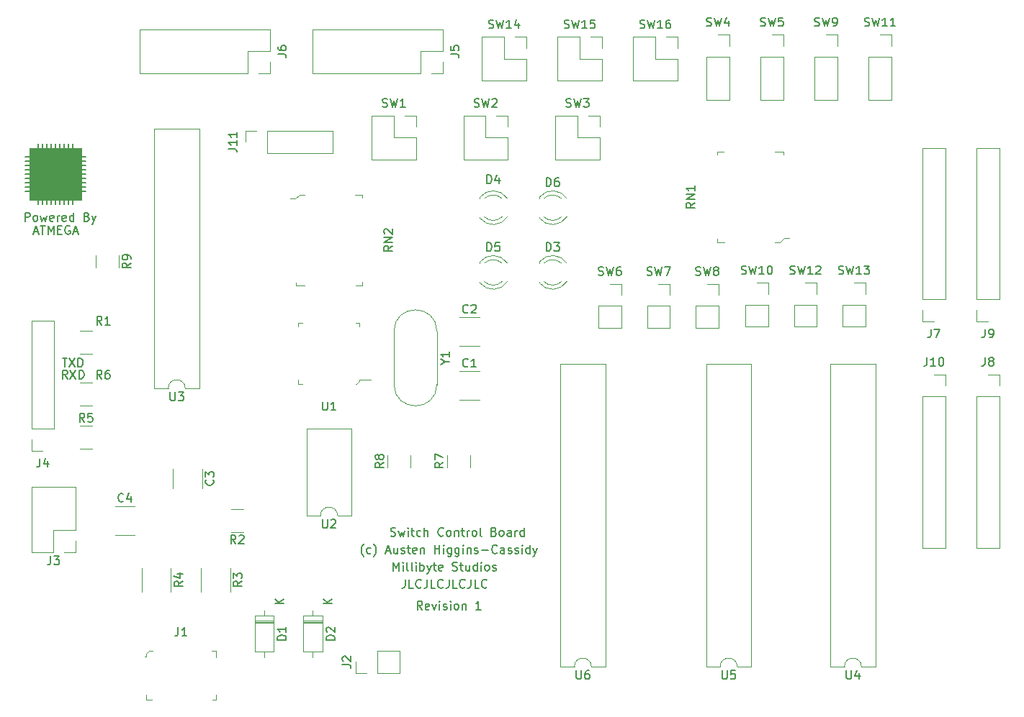
<source format=gbr>
%TF.GenerationSoftware,KiCad,Pcbnew,(5.1.8)-1*%
%TF.CreationDate,2021-01-20T16:15:24-05:00*%
%TF.ProjectId,Switch_Panel,53776974-6368-45f5-9061-6e656c2e6b69,rev?*%
%TF.SameCoordinates,Original*%
%TF.FileFunction,Legend,Top*%
%TF.FilePolarity,Positive*%
%FSLAX46Y46*%
G04 Gerber Fmt 4.6, Leading zero omitted, Abs format (unit mm)*
G04 Created by KiCad (PCBNEW (5.1.8)-1) date 2021-01-20 16:15:24*
%MOMM*%
%LPD*%
G01*
G04 APERTURE LIST*
%ADD10C,0.150000*%
%ADD11C,0.100000*%
%ADD12C,0.120000*%
G04 APERTURE END LIST*
D10*
X35314095Y-55205380D02*
X35885523Y-55205380D01*
X35599809Y-56205380D02*
X35599809Y-55205380D01*
X36123619Y-55205380D02*
X36790285Y-56205380D01*
X36790285Y-55205380D02*
X36123619Y-56205380D01*
X37171238Y-56205380D02*
X37171238Y-55205380D01*
X37409333Y-55205380D01*
X37552190Y-55253000D01*
X37647428Y-55348238D01*
X37695047Y-55443476D01*
X37742666Y-55633952D01*
X37742666Y-55776809D01*
X37695047Y-55967285D01*
X37647428Y-56062523D01*
X37552190Y-56157761D01*
X37409333Y-56205380D01*
X37171238Y-56205380D01*
X35909333Y-57602380D02*
X35576000Y-57126190D01*
X35337904Y-57602380D02*
X35337904Y-56602380D01*
X35718857Y-56602380D01*
X35814095Y-56650000D01*
X35861714Y-56697619D01*
X35909333Y-56792857D01*
X35909333Y-56935714D01*
X35861714Y-57030952D01*
X35814095Y-57078571D01*
X35718857Y-57126190D01*
X35337904Y-57126190D01*
X36242666Y-56602380D02*
X36909333Y-57602380D01*
X36909333Y-56602380D02*
X36242666Y-57602380D01*
X37290285Y-57602380D02*
X37290285Y-56602380D01*
X37528380Y-56602380D01*
X37671238Y-56650000D01*
X37766476Y-56745238D01*
X37814095Y-56840476D01*
X37861714Y-57030952D01*
X37861714Y-57173809D01*
X37814095Y-57364285D01*
X37766476Y-57459523D01*
X37671238Y-57554761D01*
X37528380Y-57602380D01*
X37290285Y-57602380D01*
X31972571Y-40298666D02*
X32448761Y-40298666D01*
X31877333Y-40584380D02*
X32210666Y-39584380D01*
X32544000Y-40584380D01*
X32734476Y-39584380D02*
X33305904Y-39584380D01*
X33020190Y-40584380D02*
X33020190Y-39584380D01*
X33639238Y-40584380D02*
X33639238Y-39584380D01*
X33972571Y-40298666D01*
X34305904Y-39584380D01*
X34305904Y-40584380D01*
X34782095Y-40060571D02*
X35115428Y-40060571D01*
X35258285Y-40584380D02*
X34782095Y-40584380D01*
X34782095Y-39584380D01*
X35258285Y-39584380D01*
X36210666Y-39632000D02*
X36115428Y-39584380D01*
X35972571Y-39584380D01*
X35829714Y-39632000D01*
X35734476Y-39727238D01*
X35686857Y-39822476D01*
X35639238Y-40012952D01*
X35639238Y-40155809D01*
X35686857Y-40346285D01*
X35734476Y-40441523D01*
X35829714Y-40536761D01*
X35972571Y-40584380D01*
X36067809Y-40584380D01*
X36210666Y-40536761D01*
X36258285Y-40489142D01*
X36258285Y-40155809D01*
X36067809Y-40155809D01*
X36639238Y-40298666D02*
X37115428Y-40298666D01*
X36544000Y-40584380D02*
X36877333Y-39584380D01*
X37210666Y-40584380D01*
X30932952Y-39060380D02*
X30932952Y-38060380D01*
X31313904Y-38060380D01*
X31409142Y-38108000D01*
X31456761Y-38155619D01*
X31504380Y-38250857D01*
X31504380Y-38393714D01*
X31456761Y-38488952D01*
X31409142Y-38536571D01*
X31313904Y-38584190D01*
X30932952Y-38584190D01*
X32075809Y-39060380D02*
X31980571Y-39012761D01*
X31932952Y-38965142D01*
X31885333Y-38869904D01*
X31885333Y-38584190D01*
X31932952Y-38488952D01*
X31980571Y-38441333D01*
X32075809Y-38393714D01*
X32218666Y-38393714D01*
X32313904Y-38441333D01*
X32361523Y-38488952D01*
X32409142Y-38584190D01*
X32409142Y-38869904D01*
X32361523Y-38965142D01*
X32313904Y-39012761D01*
X32218666Y-39060380D01*
X32075809Y-39060380D01*
X32742476Y-38393714D02*
X32932952Y-39060380D01*
X33123428Y-38584190D01*
X33313904Y-39060380D01*
X33504380Y-38393714D01*
X34266285Y-39012761D02*
X34171047Y-39060380D01*
X33980571Y-39060380D01*
X33885333Y-39012761D01*
X33837714Y-38917523D01*
X33837714Y-38536571D01*
X33885333Y-38441333D01*
X33980571Y-38393714D01*
X34171047Y-38393714D01*
X34266285Y-38441333D01*
X34313904Y-38536571D01*
X34313904Y-38631809D01*
X33837714Y-38727047D01*
X34742476Y-39060380D02*
X34742476Y-38393714D01*
X34742476Y-38584190D02*
X34790095Y-38488952D01*
X34837714Y-38441333D01*
X34932952Y-38393714D01*
X35028190Y-38393714D01*
X35742476Y-39012761D02*
X35647238Y-39060380D01*
X35456761Y-39060380D01*
X35361523Y-39012761D01*
X35313904Y-38917523D01*
X35313904Y-38536571D01*
X35361523Y-38441333D01*
X35456761Y-38393714D01*
X35647238Y-38393714D01*
X35742476Y-38441333D01*
X35790095Y-38536571D01*
X35790095Y-38631809D01*
X35313904Y-38727047D01*
X36647238Y-39060380D02*
X36647238Y-38060380D01*
X36647238Y-39012761D02*
X36552000Y-39060380D01*
X36361523Y-39060380D01*
X36266285Y-39012761D01*
X36218666Y-38965142D01*
X36171047Y-38869904D01*
X36171047Y-38584190D01*
X36218666Y-38488952D01*
X36266285Y-38441333D01*
X36361523Y-38393714D01*
X36552000Y-38393714D01*
X36647238Y-38441333D01*
X38218666Y-38536571D02*
X38361523Y-38584190D01*
X38409142Y-38631809D01*
X38456761Y-38727047D01*
X38456761Y-38869904D01*
X38409142Y-38965142D01*
X38361523Y-39012761D01*
X38266285Y-39060380D01*
X37885333Y-39060380D01*
X37885333Y-38060380D01*
X38218666Y-38060380D01*
X38313904Y-38108000D01*
X38361523Y-38155619D01*
X38409142Y-38250857D01*
X38409142Y-38346095D01*
X38361523Y-38441333D01*
X38313904Y-38488952D01*
X38218666Y-38536571D01*
X37885333Y-38536571D01*
X38790095Y-38393714D02*
X39028190Y-39060380D01*
X39266285Y-38393714D02*
X39028190Y-39060380D01*
X38932952Y-39298476D01*
X38885333Y-39346095D01*
X38790095Y-39393714D01*
X30988000Y-32004000D02*
X31496000Y-32004000D01*
X30988000Y-33020000D02*
X31496000Y-33020000D01*
X30988000Y-34036000D02*
X31496000Y-34036000D01*
X30988000Y-35052000D02*
X31496000Y-35052000D01*
X33020000Y-37084000D02*
X33020000Y-36576000D01*
X34036000Y-37084000D02*
X34036000Y-36576000D01*
X35052000Y-37084000D02*
X35052000Y-36576000D01*
X36068000Y-37084000D02*
X36068000Y-36576000D01*
X37592000Y-35052000D02*
X38100000Y-35052000D01*
X38100000Y-34036000D02*
X37592000Y-34036000D01*
X37592000Y-33020000D02*
X38100000Y-33020000D01*
X37592000Y-32004000D02*
X38100000Y-32004000D01*
X36068000Y-30480000D02*
X36068000Y-29972000D01*
X35052000Y-30480000D02*
X35052000Y-29972000D01*
X34036000Y-30480000D02*
X34036000Y-29972000D01*
X33020000Y-30480000D02*
X33020000Y-29972000D01*
X31496000Y-31496000D02*
X30988000Y-31496000D01*
X30988000Y-32512000D02*
X31496000Y-32512000D01*
X31496000Y-33528000D02*
X30988000Y-33528000D01*
X30988000Y-34544000D02*
X31496000Y-34544000D01*
X31496000Y-35560000D02*
X30988000Y-35560000D01*
X36576000Y-36576000D02*
X36576000Y-37084000D01*
X35560000Y-36576000D02*
X35560000Y-37084000D01*
X34544000Y-36576000D02*
X34544000Y-37084000D01*
X33528000Y-36576000D02*
X33528000Y-37084000D01*
X32512000Y-36576000D02*
X32512000Y-37084000D01*
X37592000Y-35560000D02*
X38100000Y-35560000D01*
X37592000Y-34544000D02*
X38100000Y-34544000D01*
X37592000Y-33528000D02*
X38100000Y-33528000D01*
X37592000Y-32512000D02*
X38100000Y-32512000D01*
X37592000Y-31496000D02*
X38100000Y-31496000D01*
X36576000Y-30480000D02*
X36576000Y-29972000D01*
X35560000Y-30480000D02*
X35560000Y-29972000D01*
X34544000Y-30480000D02*
X34544000Y-29972000D01*
X33528000Y-30480000D02*
X33528000Y-29972000D01*
X32512000Y-30480000D02*
X32512000Y-29972000D01*
D11*
G36*
X37592000Y-36576000D02*
G01*
X31496000Y-36576000D01*
X31496000Y-30480000D01*
X37592000Y-30480000D01*
X37592000Y-36576000D01*
G37*
X37592000Y-36576000D02*
X31496000Y-36576000D01*
X31496000Y-30480000D01*
X37592000Y-30480000D01*
X37592000Y-36576000D01*
D10*
X77629142Y-84780380D02*
X77295809Y-84304190D01*
X77057714Y-84780380D02*
X77057714Y-83780380D01*
X77438666Y-83780380D01*
X77533904Y-83828000D01*
X77581523Y-83875619D01*
X77629142Y-83970857D01*
X77629142Y-84113714D01*
X77581523Y-84208952D01*
X77533904Y-84256571D01*
X77438666Y-84304190D01*
X77057714Y-84304190D01*
X78438666Y-84732761D02*
X78343428Y-84780380D01*
X78152952Y-84780380D01*
X78057714Y-84732761D01*
X78010095Y-84637523D01*
X78010095Y-84256571D01*
X78057714Y-84161333D01*
X78152952Y-84113714D01*
X78343428Y-84113714D01*
X78438666Y-84161333D01*
X78486285Y-84256571D01*
X78486285Y-84351809D01*
X78010095Y-84447047D01*
X78819619Y-84113714D02*
X79057714Y-84780380D01*
X79295809Y-84113714D01*
X79676761Y-84780380D02*
X79676761Y-84113714D01*
X79676761Y-83780380D02*
X79629142Y-83828000D01*
X79676761Y-83875619D01*
X79724380Y-83828000D01*
X79676761Y-83780380D01*
X79676761Y-83875619D01*
X80105333Y-84732761D02*
X80200571Y-84780380D01*
X80391047Y-84780380D01*
X80486285Y-84732761D01*
X80533904Y-84637523D01*
X80533904Y-84589904D01*
X80486285Y-84494666D01*
X80391047Y-84447047D01*
X80248190Y-84447047D01*
X80152952Y-84399428D01*
X80105333Y-84304190D01*
X80105333Y-84256571D01*
X80152952Y-84161333D01*
X80248190Y-84113714D01*
X80391047Y-84113714D01*
X80486285Y-84161333D01*
X80962476Y-84780380D02*
X80962476Y-84113714D01*
X80962476Y-83780380D02*
X80914857Y-83828000D01*
X80962476Y-83875619D01*
X81010095Y-83828000D01*
X80962476Y-83780380D01*
X80962476Y-83875619D01*
X81581523Y-84780380D02*
X81486285Y-84732761D01*
X81438666Y-84685142D01*
X81391047Y-84589904D01*
X81391047Y-84304190D01*
X81438666Y-84208952D01*
X81486285Y-84161333D01*
X81581523Y-84113714D01*
X81724380Y-84113714D01*
X81819619Y-84161333D01*
X81867238Y-84208952D01*
X81914857Y-84304190D01*
X81914857Y-84589904D01*
X81867238Y-84685142D01*
X81819619Y-84732761D01*
X81724380Y-84780380D01*
X81581523Y-84780380D01*
X82343428Y-84113714D02*
X82343428Y-84780380D01*
X82343428Y-84208952D02*
X82391047Y-84161333D01*
X82486285Y-84113714D01*
X82629142Y-84113714D01*
X82724380Y-84161333D01*
X82772000Y-84256571D01*
X82772000Y-84780380D01*
X84533904Y-84780380D02*
X83962476Y-84780380D01*
X84248190Y-84780380D02*
X84248190Y-83780380D01*
X84152952Y-83923238D01*
X84057714Y-84018476D01*
X83962476Y-84066095D01*
X75644952Y-81240380D02*
X75644952Y-81954666D01*
X75597333Y-82097523D01*
X75502095Y-82192761D01*
X75359238Y-82240380D01*
X75264000Y-82240380D01*
X76597333Y-82240380D02*
X76121142Y-82240380D01*
X76121142Y-81240380D01*
X77502095Y-82145142D02*
X77454476Y-82192761D01*
X77311619Y-82240380D01*
X77216380Y-82240380D01*
X77073523Y-82192761D01*
X76978285Y-82097523D01*
X76930666Y-82002285D01*
X76883047Y-81811809D01*
X76883047Y-81668952D01*
X76930666Y-81478476D01*
X76978285Y-81383238D01*
X77073523Y-81288000D01*
X77216380Y-81240380D01*
X77311619Y-81240380D01*
X77454476Y-81288000D01*
X77502095Y-81335619D01*
X78216380Y-81240380D02*
X78216380Y-81954666D01*
X78168761Y-82097523D01*
X78073523Y-82192761D01*
X77930666Y-82240380D01*
X77835428Y-82240380D01*
X79168761Y-82240380D02*
X78692571Y-82240380D01*
X78692571Y-81240380D01*
X80073523Y-82145142D02*
X80025904Y-82192761D01*
X79883047Y-82240380D01*
X79787809Y-82240380D01*
X79644952Y-82192761D01*
X79549714Y-82097523D01*
X79502095Y-82002285D01*
X79454476Y-81811809D01*
X79454476Y-81668952D01*
X79502095Y-81478476D01*
X79549714Y-81383238D01*
X79644952Y-81288000D01*
X79787809Y-81240380D01*
X79883047Y-81240380D01*
X80025904Y-81288000D01*
X80073523Y-81335619D01*
X80787809Y-81240380D02*
X80787809Y-81954666D01*
X80740190Y-82097523D01*
X80644952Y-82192761D01*
X80502095Y-82240380D01*
X80406857Y-82240380D01*
X81740190Y-82240380D02*
X81264000Y-82240380D01*
X81264000Y-81240380D01*
X82644952Y-82145142D02*
X82597333Y-82192761D01*
X82454476Y-82240380D01*
X82359238Y-82240380D01*
X82216380Y-82192761D01*
X82121142Y-82097523D01*
X82073523Y-82002285D01*
X82025904Y-81811809D01*
X82025904Y-81668952D01*
X82073523Y-81478476D01*
X82121142Y-81383238D01*
X82216380Y-81288000D01*
X82359238Y-81240380D01*
X82454476Y-81240380D01*
X82597333Y-81288000D01*
X82644952Y-81335619D01*
X83359238Y-81240380D02*
X83359238Y-81954666D01*
X83311619Y-82097523D01*
X83216380Y-82192761D01*
X83073523Y-82240380D01*
X82978285Y-82240380D01*
X84311619Y-82240380D02*
X83835428Y-82240380D01*
X83835428Y-81240380D01*
X85216380Y-82145142D02*
X85168761Y-82192761D01*
X85025904Y-82240380D01*
X84930666Y-82240380D01*
X84787809Y-82192761D01*
X84692571Y-82097523D01*
X84644952Y-82002285D01*
X84597333Y-81811809D01*
X84597333Y-81668952D01*
X84644952Y-81478476D01*
X84692571Y-81383238D01*
X84787809Y-81288000D01*
X84930666Y-81240380D01*
X85025904Y-81240380D01*
X85168761Y-81288000D01*
X85216380Y-81335619D01*
X74240190Y-80208380D02*
X74240190Y-79208380D01*
X74573523Y-79922666D01*
X74906857Y-79208380D01*
X74906857Y-80208380D01*
X75383047Y-80208380D02*
X75383047Y-79541714D01*
X75383047Y-79208380D02*
X75335428Y-79256000D01*
X75383047Y-79303619D01*
X75430666Y-79256000D01*
X75383047Y-79208380D01*
X75383047Y-79303619D01*
X76002095Y-80208380D02*
X75906857Y-80160761D01*
X75859238Y-80065523D01*
X75859238Y-79208380D01*
X76525904Y-80208380D02*
X76430666Y-80160761D01*
X76383047Y-80065523D01*
X76383047Y-79208380D01*
X76906857Y-80208380D02*
X76906857Y-79541714D01*
X76906857Y-79208380D02*
X76859238Y-79256000D01*
X76906857Y-79303619D01*
X76954476Y-79256000D01*
X76906857Y-79208380D01*
X76906857Y-79303619D01*
X77383047Y-80208380D02*
X77383047Y-79208380D01*
X77383047Y-79589333D02*
X77478285Y-79541714D01*
X77668761Y-79541714D01*
X77764000Y-79589333D01*
X77811619Y-79636952D01*
X77859238Y-79732190D01*
X77859238Y-80017904D01*
X77811619Y-80113142D01*
X77764000Y-80160761D01*
X77668761Y-80208380D01*
X77478285Y-80208380D01*
X77383047Y-80160761D01*
X78192571Y-79541714D02*
X78430666Y-80208380D01*
X78668761Y-79541714D02*
X78430666Y-80208380D01*
X78335428Y-80446476D01*
X78287809Y-80494095D01*
X78192571Y-80541714D01*
X78906857Y-79541714D02*
X79287809Y-79541714D01*
X79049714Y-79208380D02*
X79049714Y-80065523D01*
X79097333Y-80160761D01*
X79192571Y-80208380D01*
X79287809Y-80208380D01*
X80002095Y-80160761D02*
X79906857Y-80208380D01*
X79716380Y-80208380D01*
X79621142Y-80160761D01*
X79573523Y-80065523D01*
X79573523Y-79684571D01*
X79621142Y-79589333D01*
X79716380Y-79541714D01*
X79906857Y-79541714D01*
X80002095Y-79589333D01*
X80049714Y-79684571D01*
X80049714Y-79779809D01*
X79573523Y-79875047D01*
X81192571Y-80160761D02*
X81335428Y-80208380D01*
X81573523Y-80208380D01*
X81668761Y-80160761D01*
X81716380Y-80113142D01*
X81764000Y-80017904D01*
X81764000Y-79922666D01*
X81716380Y-79827428D01*
X81668761Y-79779809D01*
X81573523Y-79732190D01*
X81383047Y-79684571D01*
X81287809Y-79636952D01*
X81240190Y-79589333D01*
X81192571Y-79494095D01*
X81192571Y-79398857D01*
X81240190Y-79303619D01*
X81287809Y-79256000D01*
X81383047Y-79208380D01*
X81621142Y-79208380D01*
X81764000Y-79256000D01*
X82049714Y-79541714D02*
X82430666Y-79541714D01*
X82192571Y-79208380D02*
X82192571Y-80065523D01*
X82240190Y-80160761D01*
X82335428Y-80208380D01*
X82430666Y-80208380D01*
X83192571Y-79541714D02*
X83192571Y-80208380D01*
X82764000Y-79541714D02*
X82764000Y-80065523D01*
X82811619Y-80160761D01*
X82906857Y-80208380D01*
X83049714Y-80208380D01*
X83144952Y-80160761D01*
X83192571Y-80113142D01*
X84097333Y-80208380D02*
X84097333Y-79208380D01*
X84097333Y-80160761D02*
X84002095Y-80208380D01*
X83811619Y-80208380D01*
X83716380Y-80160761D01*
X83668761Y-80113142D01*
X83621142Y-80017904D01*
X83621142Y-79732190D01*
X83668761Y-79636952D01*
X83716380Y-79589333D01*
X83811619Y-79541714D01*
X84002095Y-79541714D01*
X84097333Y-79589333D01*
X84573523Y-80208380D02*
X84573523Y-79541714D01*
X84573523Y-79208380D02*
X84525904Y-79256000D01*
X84573523Y-79303619D01*
X84621142Y-79256000D01*
X84573523Y-79208380D01*
X84573523Y-79303619D01*
X85192571Y-80208380D02*
X85097333Y-80160761D01*
X85049714Y-80113142D01*
X85002095Y-80017904D01*
X85002095Y-79732190D01*
X85049714Y-79636952D01*
X85097333Y-79589333D01*
X85192571Y-79541714D01*
X85335428Y-79541714D01*
X85430666Y-79589333D01*
X85478285Y-79636952D01*
X85525904Y-79732190D01*
X85525904Y-80017904D01*
X85478285Y-80113142D01*
X85430666Y-80160761D01*
X85335428Y-80208380D01*
X85192571Y-80208380D01*
X85906857Y-80160761D02*
X86002095Y-80208380D01*
X86192571Y-80208380D01*
X86287809Y-80160761D01*
X86335428Y-80065523D01*
X86335428Y-80017904D01*
X86287809Y-79922666D01*
X86192571Y-79875047D01*
X86049714Y-79875047D01*
X85954476Y-79827428D01*
X85906857Y-79732190D01*
X85906857Y-79684571D01*
X85954476Y-79589333D01*
X86049714Y-79541714D01*
X86192571Y-79541714D01*
X86287809Y-79589333D01*
X70772000Y-78557333D02*
X70724380Y-78509714D01*
X70629142Y-78366857D01*
X70581523Y-78271619D01*
X70533904Y-78128761D01*
X70486285Y-77890666D01*
X70486285Y-77700190D01*
X70533904Y-77462095D01*
X70581523Y-77319238D01*
X70629142Y-77224000D01*
X70724380Y-77081142D01*
X70772000Y-77033523D01*
X71581523Y-78128761D02*
X71486285Y-78176380D01*
X71295809Y-78176380D01*
X71200571Y-78128761D01*
X71152952Y-78081142D01*
X71105333Y-77985904D01*
X71105333Y-77700190D01*
X71152952Y-77604952D01*
X71200571Y-77557333D01*
X71295809Y-77509714D01*
X71486285Y-77509714D01*
X71581523Y-77557333D01*
X71914857Y-78557333D02*
X71962476Y-78509714D01*
X72057714Y-78366857D01*
X72105333Y-78271619D01*
X72152952Y-78128761D01*
X72200571Y-77890666D01*
X72200571Y-77700190D01*
X72152952Y-77462095D01*
X72105333Y-77319238D01*
X72057714Y-77224000D01*
X71962476Y-77081142D01*
X71914857Y-77033523D01*
X73391047Y-77890666D02*
X73867238Y-77890666D01*
X73295809Y-78176380D02*
X73629142Y-77176380D01*
X73962476Y-78176380D01*
X74724380Y-77509714D02*
X74724380Y-78176380D01*
X74295809Y-77509714D02*
X74295809Y-78033523D01*
X74343428Y-78128761D01*
X74438666Y-78176380D01*
X74581523Y-78176380D01*
X74676761Y-78128761D01*
X74724380Y-78081142D01*
X75152952Y-78128761D02*
X75248190Y-78176380D01*
X75438666Y-78176380D01*
X75533904Y-78128761D01*
X75581523Y-78033523D01*
X75581523Y-77985904D01*
X75533904Y-77890666D01*
X75438666Y-77843047D01*
X75295809Y-77843047D01*
X75200571Y-77795428D01*
X75152952Y-77700190D01*
X75152952Y-77652571D01*
X75200571Y-77557333D01*
X75295809Y-77509714D01*
X75438666Y-77509714D01*
X75533904Y-77557333D01*
X75867238Y-77509714D02*
X76248190Y-77509714D01*
X76010095Y-77176380D02*
X76010095Y-78033523D01*
X76057714Y-78128761D01*
X76152952Y-78176380D01*
X76248190Y-78176380D01*
X76962476Y-78128761D02*
X76867238Y-78176380D01*
X76676761Y-78176380D01*
X76581523Y-78128761D01*
X76533904Y-78033523D01*
X76533904Y-77652571D01*
X76581523Y-77557333D01*
X76676761Y-77509714D01*
X76867238Y-77509714D01*
X76962476Y-77557333D01*
X77010095Y-77652571D01*
X77010095Y-77747809D01*
X76533904Y-77843047D01*
X77438666Y-77509714D02*
X77438666Y-78176380D01*
X77438666Y-77604952D02*
X77486285Y-77557333D01*
X77581523Y-77509714D01*
X77724380Y-77509714D01*
X77819619Y-77557333D01*
X77867238Y-77652571D01*
X77867238Y-78176380D01*
X79105333Y-78176380D02*
X79105333Y-77176380D01*
X79105333Y-77652571D02*
X79676761Y-77652571D01*
X79676761Y-78176380D02*
X79676761Y-77176380D01*
X80152952Y-78176380D02*
X80152952Y-77509714D01*
X80152952Y-77176380D02*
X80105333Y-77224000D01*
X80152952Y-77271619D01*
X80200571Y-77224000D01*
X80152952Y-77176380D01*
X80152952Y-77271619D01*
X81057714Y-77509714D02*
X81057714Y-78319238D01*
X81010095Y-78414476D01*
X80962476Y-78462095D01*
X80867238Y-78509714D01*
X80724380Y-78509714D01*
X80629142Y-78462095D01*
X81057714Y-78128761D02*
X80962476Y-78176380D01*
X80772000Y-78176380D01*
X80676761Y-78128761D01*
X80629142Y-78081142D01*
X80581523Y-77985904D01*
X80581523Y-77700190D01*
X80629142Y-77604952D01*
X80676761Y-77557333D01*
X80772000Y-77509714D01*
X80962476Y-77509714D01*
X81057714Y-77557333D01*
X81962476Y-77509714D02*
X81962476Y-78319238D01*
X81914857Y-78414476D01*
X81867238Y-78462095D01*
X81772000Y-78509714D01*
X81629142Y-78509714D01*
X81533904Y-78462095D01*
X81962476Y-78128761D02*
X81867238Y-78176380D01*
X81676761Y-78176380D01*
X81581523Y-78128761D01*
X81533904Y-78081142D01*
X81486285Y-77985904D01*
X81486285Y-77700190D01*
X81533904Y-77604952D01*
X81581523Y-77557333D01*
X81676761Y-77509714D01*
X81867238Y-77509714D01*
X81962476Y-77557333D01*
X82438666Y-78176380D02*
X82438666Y-77509714D01*
X82438666Y-77176380D02*
X82391047Y-77224000D01*
X82438666Y-77271619D01*
X82486285Y-77224000D01*
X82438666Y-77176380D01*
X82438666Y-77271619D01*
X82914857Y-77509714D02*
X82914857Y-78176380D01*
X82914857Y-77604952D02*
X82962476Y-77557333D01*
X83057714Y-77509714D01*
X83200571Y-77509714D01*
X83295809Y-77557333D01*
X83343428Y-77652571D01*
X83343428Y-78176380D01*
X83772000Y-78128761D02*
X83867238Y-78176380D01*
X84057714Y-78176380D01*
X84152952Y-78128761D01*
X84200571Y-78033523D01*
X84200571Y-77985904D01*
X84152952Y-77890666D01*
X84057714Y-77843047D01*
X83914857Y-77843047D01*
X83819619Y-77795428D01*
X83772000Y-77700190D01*
X83772000Y-77652571D01*
X83819619Y-77557333D01*
X83914857Y-77509714D01*
X84057714Y-77509714D01*
X84152952Y-77557333D01*
X84629142Y-77795428D02*
X85391047Y-77795428D01*
X86438666Y-78081142D02*
X86391047Y-78128761D01*
X86248190Y-78176380D01*
X86152952Y-78176380D01*
X86010095Y-78128761D01*
X85914857Y-78033523D01*
X85867238Y-77938285D01*
X85819619Y-77747809D01*
X85819619Y-77604952D01*
X85867238Y-77414476D01*
X85914857Y-77319238D01*
X86010095Y-77224000D01*
X86152952Y-77176380D01*
X86248190Y-77176380D01*
X86391047Y-77224000D01*
X86438666Y-77271619D01*
X87295809Y-78176380D02*
X87295809Y-77652571D01*
X87248190Y-77557333D01*
X87152952Y-77509714D01*
X86962476Y-77509714D01*
X86867238Y-77557333D01*
X87295809Y-78128761D02*
X87200571Y-78176380D01*
X86962476Y-78176380D01*
X86867238Y-78128761D01*
X86819619Y-78033523D01*
X86819619Y-77938285D01*
X86867238Y-77843047D01*
X86962476Y-77795428D01*
X87200571Y-77795428D01*
X87295809Y-77747809D01*
X87724380Y-78128761D02*
X87819619Y-78176380D01*
X88010095Y-78176380D01*
X88105333Y-78128761D01*
X88152952Y-78033523D01*
X88152952Y-77985904D01*
X88105333Y-77890666D01*
X88010095Y-77843047D01*
X87867238Y-77843047D01*
X87772000Y-77795428D01*
X87724380Y-77700190D01*
X87724380Y-77652571D01*
X87772000Y-77557333D01*
X87867238Y-77509714D01*
X88010095Y-77509714D01*
X88105333Y-77557333D01*
X88533904Y-78128761D02*
X88629142Y-78176380D01*
X88819619Y-78176380D01*
X88914857Y-78128761D01*
X88962476Y-78033523D01*
X88962476Y-77985904D01*
X88914857Y-77890666D01*
X88819619Y-77843047D01*
X88676761Y-77843047D01*
X88581523Y-77795428D01*
X88533904Y-77700190D01*
X88533904Y-77652571D01*
X88581523Y-77557333D01*
X88676761Y-77509714D01*
X88819619Y-77509714D01*
X88914857Y-77557333D01*
X89391047Y-78176380D02*
X89391047Y-77509714D01*
X89391047Y-77176380D02*
X89343428Y-77224000D01*
X89391047Y-77271619D01*
X89438666Y-77224000D01*
X89391047Y-77176380D01*
X89391047Y-77271619D01*
X90295809Y-78176380D02*
X90295809Y-77176380D01*
X90295809Y-78128761D02*
X90200571Y-78176380D01*
X90010095Y-78176380D01*
X89914857Y-78128761D01*
X89867238Y-78081142D01*
X89819619Y-77985904D01*
X89819619Y-77700190D01*
X89867238Y-77604952D01*
X89914857Y-77557333D01*
X90010095Y-77509714D01*
X90200571Y-77509714D01*
X90295809Y-77557333D01*
X90676761Y-77509714D02*
X90914857Y-78176380D01*
X91152952Y-77509714D02*
X90914857Y-78176380D01*
X90819619Y-78414476D01*
X90772000Y-78462095D01*
X90676761Y-78509714D01*
X73930857Y-76096761D02*
X74073714Y-76144380D01*
X74311809Y-76144380D01*
X74407047Y-76096761D01*
X74454666Y-76049142D01*
X74502285Y-75953904D01*
X74502285Y-75858666D01*
X74454666Y-75763428D01*
X74407047Y-75715809D01*
X74311809Y-75668190D01*
X74121333Y-75620571D01*
X74026095Y-75572952D01*
X73978476Y-75525333D01*
X73930857Y-75430095D01*
X73930857Y-75334857D01*
X73978476Y-75239619D01*
X74026095Y-75192000D01*
X74121333Y-75144380D01*
X74359428Y-75144380D01*
X74502285Y-75192000D01*
X74835619Y-75477714D02*
X75026095Y-76144380D01*
X75216571Y-75668190D01*
X75407047Y-76144380D01*
X75597523Y-75477714D01*
X75978476Y-76144380D02*
X75978476Y-75477714D01*
X75978476Y-75144380D02*
X75930857Y-75192000D01*
X75978476Y-75239619D01*
X76026095Y-75192000D01*
X75978476Y-75144380D01*
X75978476Y-75239619D01*
X76311809Y-75477714D02*
X76692761Y-75477714D01*
X76454666Y-75144380D02*
X76454666Y-76001523D01*
X76502285Y-76096761D01*
X76597523Y-76144380D01*
X76692761Y-76144380D01*
X77454666Y-76096761D02*
X77359428Y-76144380D01*
X77168952Y-76144380D01*
X77073714Y-76096761D01*
X77026095Y-76049142D01*
X76978476Y-75953904D01*
X76978476Y-75668190D01*
X77026095Y-75572952D01*
X77073714Y-75525333D01*
X77168952Y-75477714D01*
X77359428Y-75477714D01*
X77454666Y-75525333D01*
X77883238Y-76144380D02*
X77883238Y-75144380D01*
X78311809Y-76144380D02*
X78311809Y-75620571D01*
X78264190Y-75525333D01*
X78168952Y-75477714D01*
X78026095Y-75477714D01*
X77930857Y-75525333D01*
X77883238Y-75572952D01*
X80121333Y-76049142D02*
X80073714Y-76096761D01*
X79930857Y-76144380D01*
X79835619Y-76144380D01*
X79692761Y-76096761D01*
X79597523Y-76001523D01*
X79549904Y-75906285D01*
X79502285Y-75715809D01*
X79502285Y-75572952D01*
X79549904Y-75382476D01*
X79597523Y-75287238D01*
X79692761Y-75192000D01*
X79835619Y-75144380D01*
X79930857Y-75144380D01*
X80073714Y-75192000D01*
X80121333Y-75239619D01*
X80692761Y-76144380D02*
X80597523Y-76096761D01*
X80549904Y-76049142D01*
X80502285Y-75953904D01*
X80502285Y-75668190D01*
X80549904Y-75572952D01*
X80597523Y-75525333D01*
X80692761Y-75477714D01*
X80835619Y-75477714D01*
X80930857Y-75525333D01*
X80978476Y-75572952D01*
X81026095Y-75668190D01*
X81026095Y-75953904D01*
X80978476Y-76049142D01*
X80930857Y-76096761D01*
X80835619Y-76144380D01*
X80692761Y-76144380D01*
X81454666Y-75477714D02*
X81454666Y-76144380D01*
X81454666Y-75572952D02*
X81502285Y-75525333D01*
X81597523Y-75477714D01*
X81740380Y-75477714D01*
X81835619Y-75525333D01*
X81883238Y-75620571D01*
X81883238Y-76144380D01*
X82216571Y-75477714D02*
X82597523Y-75477714D01*
X82359428Y-75144380D02*
X82359428Y-76001523D01*
X82407047Y-76096761D01*
X82502285Y-76144380D01*
X82597523Y-76144380D01*
X82930857Y-76144380D02*
X82930857Y-75477714D01*
X82930857Y-75668190D02*
X82978476Y-75572952D01*
X83026095Y-75525333D01*
X83121333Y-75477714D01*
X83216571Y-75477714D01*
X83692761Y-76144380D02*
X83597523Y-76096761D01*
X83549904Y-76049142D01*
X83502285Y-75953904D01*
X83502285Y-75668190D01*
X83549904Y-75572952D01*
X83597523Y-75525333D01*
X83692761Y-75477714D01*
X83835619Y-75477714D01*
X83930857Y-75525333D01*
X83978476Y-75572952D01*
X84026095Y-75668190D01*
X84026095Y-75953904D01*
X83978476Y-76049142D01*
X83930857Y-76096761D01*
X83835619Y-76144380D01*
X83692761Y-76144380D01*
X84597523Y-76144380D02*
X84502285Y-76096761D01*
X84454666Y-76001523D01*
X84454666Y-75144380D01*
X86073714Y-75620571D02*
X86216571Y-75668190D01*
X86264190Y-75715809D01*
X86311809Y-75811047D01*
X86311809Y-75953904D01*
X86264190Y-76049142D01*
X86216571Y-76096761D01*
X86121333Y-76144380D01*
X85740380Y-76144380D01*
X85740380Y-75144380D01*
X86073714Y-75144380D01*
X86168952Y-75192000D01*
X86216571Y-75239619D01*
X86264190Y-75334857D01*
X86264190Y-75430095D01*
X86216571Y-75525333D01*
X86168952Y-75572952D01*
X86073714Y-75620571D01*
X85740380Y-75620571D01*
X86883238Y-76144380D02*
X86788000Y-76096761D01*
X86740380Y-76049142D01*
X86692761Y-75953904D01*
X86692761Y-75668190D01*
X86740380Y-75572952D01*
X86788000Y-75525333D01*
X86883238Y-75477714D01*
X87026095Y-75477714D01*
X87121333Y-75525333D01*
X87168952Y-75572952D01*
X87216571Y-75668190D01*
X87216571Y-75953904D01*
X87168952Y-76049142D01*
X87121333Y-76096761D01*
X87026095Y-76144380D01*
X86883238Y-76144380D01*
X88073714Y-76144380D02*
X88073714Y-75620571D01*
X88026095Y-75525333D01*
X87930857Y-75477714D01*
X87740380Y-75477714D01*
X87645142Y-75525333D01*
X88073714Y-76096761D02*
X87978476Y-76144380D01*
X87740380Y-76144380D01*
X87645142Y-76096761D01*
X87597523Y-76001523D01*
X87597523Y-75906285D01*
X87645142Y-75811047D01*
X87740380Y-75763428D01*
X87978476Y-75763428D01*
X88073714Y-75715809D01*
X88549904Y-76144380D02*
X88549904Y-75477714D01*
X88549904Y-75668190D02*
X88597523Y-75572952D01*
X88645142Y-75525333D01*
X88740380Y-75477714D01*
X88835619Y-75477714D01*
X89597523Y-76144380D02*
X89597523Y-75144380D01*
X89597523Y-76096761D02*
X89502285Y-76144380D01*
X89311809Y-76144380D01*
X89216571Y-76096761D01*
X89168952Y-76049142D01*
X89121333Y-75953904D01*
X89121333Y-75668190D01*
X89168952Y-75572952D01*
X89216571Y-75525333D01*
X89311809Y-75477714D01*
X89502285Y-75477714D01*
X89597523Y-75525333D01*
D12*
%TO.C,U6*%
X97520000Y-91500000D02*
X99170000Y-91500000D01*
X99170000Y-91500000D02*
X99170000Y-55820000D01*
X99170000Y-55820000D02*
X93870000Y-55820000D01*
X93870000Y-55820000D02*
X93870000Y-91500000D01*
X93870000Y-91500000D02*
X95520000Y-91500000D01*
X95520000Y-91500000D02*
G75*
G02*
X97520000Y-91500000I1000000J0D01*
G01*
%TO.C,U5*%
X111015000Y-91500000D02*
X112665000Y-91500000D01*
X111015000Y-55820000D02*
X111015000Y-91500000D01*
X116315000Y-55820000D02*
X111015000Y-55820000D01*
X116315000Y-91500000D02*
X116315000Y-55820000D01*
X114665000Y-91500000D02*
X116315000Y-91500000D01*
X112665000Y-91500000D02*
G75*
G02*
X114665000Y-91500000I1000000J0D01*
G01*
D11*
%TO.C,RN2*%
X62775000Y-46275000D02*
X62775000Y-46625000D01*
X62775000Y-46625000D02*
X63775000Y-46625000D01*
X70575000Y-46225000D02*
X70575000Y-46625000D01*
X70575000Y-46625000D02*
X69775000Y-46625000D01*
X70575000Y-36325000D02*
X70575000Y-35925000D01*
X70575000Y-35925000D02*
X69725000Y-35925000D01*
X63825000Y-35925000D02*
X63225000Y-35925000D01*
X63225000Y-35925000D02*
X62725000Y-36425000D01*
X62725000Y-36425000D02*
X62125000Y-36425000D01*
D12*
%TO.C,D2*%
X65890000Y-85510000D02*
X63650000Y-85510000D01*
X63650000Y-85510000D02*
X63650000Y-89750000D01*
X63650000Y-89750000D02*
X65890000Y-89750000D01*
X65890000Y-89750000D02*
X65890000Y-85510000D01*
X64770000Y-84860000D02*
X64770000Y-85510000D01*
X64770000Y-90400000D02*
X64770000Y-89750000D01*
X65890000Y-86230000D02*
X63650000Y-86230000D01*
X65890000Y-86350000D02*
X63650000Y-86350000D01*
X65890000Y-86110000D02*
X63650000Y-86110000D01*
%TO.C,R4*%
X44645000Y-79893748D02*
X44645000Y-82666252D01*
X48065000Y-79893748D02*
X48065000Y-82666252D01*
%TO.C,C1*%
X82023748Y-60130000D02*
X84346252Y-60130000D01*
X82023748Y-56710000D02*
X84346252Y-56710000D01*
%TO.C,C2*%
X82023748Y-50360000D02*
X84346252Y-50360000D01*
X82023748Y-53780000D02*
X84346252Y-53780000D01*
%TO.C,C3*%
X48328000Y-68180748D02*
X48328000Y-70503252D01*
X51748000Y-68180748D02*
X51748000Y-70503252D01*
%TO.C,C4*%
X41510748Y-72585000D02*
X43833252Y-72585000D01*
X41510748Y-76005000D02*
X43833252Y-76005000D01*
D11*
%TO.C,J1*%
X45176000Y-94816000D02*
X45176000Y-95366000D01*
X45176000Y-95366000D02*
X45826000Y-95366000D01*
X53376000Y-94766000D02*
X53376000Y-95366000D01*
X53376000Y-95366000D02*
X52976000Y-95366000D01*
X52876000Y-89666000D02*
X53376000Y-89666000D01*
X53376000Y-89666000D02*
X53376000Y-90366000D01*
X45926000Y-89666000D02*
X45476000Y-89666000D01*
X45476000Y-89666000D02*
X45176000Y-90016000D01*
X45176000Y-90016000D02*
X45176000Y-90316000D01*
X45176000Y-90316000D02*
X45026000Y-90316000D01*
D12*
%TO.C,J2*%
X74990000Y-92262000D02*
X74990000Y-89602000D01*
X72390000Y-92262000D02*
X74990000Y-92262000D01*
X72390000Y-89602000D02*
X74990000Y-89602000D01*
X72390000Y-92262000D02*
X72390000Y-89602000D01*
X71120000Y-92262000D02*
X69790000Y-92262000D01*
X69790000Y-92262000D02*
X69790000Y-90932000D01*
%TO.C,J3*%
X36890000Y-70298000D02*
X31690000Y-70298000D01*
X36890000Y-75438000D02*
X36890000Y-70298000D01*
X31690000Y-78038000D02*
X31690000Y-70298000D01*
X36890000Y-75438000D02*
X34290000Y-75438000D01*
X34290000Y-75438000D02*
X34290000Y-78038000D01*
X34290000Y-78038000D02*
X31690000Y-78038000D01*
X36890000Y-76708000D02*
X36890000Y-78038000D01*
X36890000Y-78038000D02*
X35560000Y-78038000D01*
%TO.C,J4*%
X34350000Y-63500000D02*
X31690000Y-63500000D01*
X34350000Y-63500000D02*
X34350000Y-50740000D01*
X34350000Y-50740000D02*
X31690000Y-50740000D01*
X31690000Y-63500000D02*
X31690000Y-50740000D01*
X31690000Y-66100000D02*
X31690000Y-64770000D01*
X33020000Y-66100000D02*
X31690000Y-66100000D01*
%TO.C,J7*%
X139125000Y-48260000D02*
X136465000Y-48260000D01*
X139125000Y-48260000D02*
X139125000Y-30420000D01*
X139125000Y-30420000D02*
X136465000Y-30420000D01*
X136465000Y-48260000D02*
X136465000Y-30420000D01*
X136465000Y-50860000D02*
X136465000Y-49530000D01*
X137795000Y-50860000D02*
X136465000Y-50860000D01*
%TO.C,J8*%
X144145000Y-57090000D02*
X145475000Y-57090000D01*
X145475000Y-57090000D02*
X145475000Y-58420000D01*
X145475000Y-59690000D02*
X145475000Y-77530000D01*
X142815000Y-77530000D02*
X145475000Y-77530000D01*
X142815000Y-59690000D02*
X142815000Y-77530000D01*
X142815000Y-59690000D02*
X145475000Y-59690000D01*
%TO.C,R1*%
X38823737Y-51985000D02*
X37376263Y-51985000D01*
X38823737Y-54695000D02*
X37376263Y-54695000D01*
%TO.C,R3*%
X55050000Y-79893748D02*
X55050000Y-82666252D01*
X51630000Y-79893748D02*
X51630000Y-82666252D01*
%TO.C,R5*%
X37376263Y-63161000D02*
X38823737Y-63161000D01*
X37376263Y-65871000D02*
X38823737Y-65871000D01*
%TO.C,R6*%
X37376263Y-60791000D02*
X38823737Y-60791000D01*
X37376263Y-58081000D02*
X38823737Y-58081000D01*
%TO.C,R7*%
X83270000Y-68033737D02*
X83270000Y-66586263D01*
X80560000Y-68033737D02*
X80560000Y-66586263D01*
%TO.C,R8*%
X73575000Y-68033737D02*
X73575000Y-66586263D01*
X76285000Y-68033737D02*
X76285000Y-66586263D01*
%TO.C,R9*%
X41995000Y-43091263D02*
X41995000Y-44538737D01*
X39285000Y-43091263D02*
X39285000Y-44538737D01*
%TO.C,SW4*%
X111065000Y-19685000D02*
X113725000Y-19685000D01*
X111065000Y-19685000D02*
X111065000Y-24825000D01*
X111065000Y-24825000D02*
X113725000Y-24825000D01*
X113725000Y-19685000D02*
X113725000Y-24825000D01*
X113725000Y-17085000D02*
X113725000Y-18415000D01*
X112395000Y-17085000D02*
X113725000Y-17085000D01*
%TO.C,SW5*%
X117415000Y-19685000D02*
X120075000Y-19685000D01*
X117415000Y-19685000D02*
X117415000Y-24825000D01*
X117415000Y-24825000D02*
X120075000Y-24825000D01*
X120075000Y-19685000D02*
X120075000Y-24825000D01*
X120075000Y-17085000D02*
X120075000Y-18415000D01*
X118745000Y-17085000D02*
X120075000Y-17085000D01*
%TO.C,SW6*%
X98365000Y-49022000D02*
X101025000Y-49022000D01*
X98365000Y-49022000D02*
X98365000Y-51622000D01*
X98365000Y-51622000D02*
X101025000Y-51622000D01*
X101025000Y-49022000D02*
X101025000Y-51622000D01*
X101025000Y-46422000D02*
X101025000Y-47752000D01*
X99695000Y-46422000D02*
X101025000Y-46422000D01*
%TO.C,SW7*%
X104080000Y-49022000D02*
X106740000Y-49022000D01*
X104080000Y-49022000D02*
X104080000Y-51622000D01*
X104080000Y-51622000D02*
X106740000Y-51622000D01*
X106740000Y-49022000D02*
X106740000Y-51622000D01*
X106740000Y-46422000D02*
X106740000Y-47752000D01*
X105410000Y-46422000D02*
X106740000Y-46422000D01*
%TO.C,SW8*%
X109795000Y-49022000D02*
X112455000Y-49022000D01*
X109795000Y-49022000D02*
X109795000Y-51622000D01*
X109795000Y-51622000D02*
X112455000Y-51622000D01*
X112455000Y-49022000D02*
X112455000Y-51622000D01*
X112455000Y-46422000D02*
X112455000Y-47752000D01*
X111125000Y-46422000D02*
X112455000Y-46422000D01*
%TO.C,SW9*%
X125095000Y-17085000D02*
X126425000Y-17085000D01*
X126425000Y-17085000D02*
X126425000Y-18415000D01*
X126425000Y-19685000D02*
X126425000Y-24825000D01*
X123765000Y-24825000D02*
X126425000Y-24825000D01*
X123765000Y-19685000D02*
X123765000Y-24825000D01*
X123765000Y-19685000D02*
X126425000Y-19685000D01*
%TO.C,SW10*%
X116967000Y-46295000D02*
X118297000Y-46295000D01*
X118297000Y-46295000D02*
X118297000Y-47625000D01*
X118297000Y-48895000D02*
X118297000Y-51495000D01*
X115637000Y-51495000D02*
X118297000Y-51495000D01*
X115637000Y-48895000D02*
X115637000Y-51495000D01*
X115637000Y-48895000D02*
X118297000Y-48895000D01*
%TO.C,SW11*%
X130115000Y-19685000D02*
X132775000Y-19685000D01*
X130115000Y-19685000D02*
X130115000Y-24825000D01*
X130115000Y-24825000D02*
X132775000Y-24825000D01*
X132775000Y-19685000D02*
X132775000Y-24825000D01*
X132775000Y-17085000D02*
X132775000Y-18415000D01*
X131445000Y-17085000D02*
X132775000Y-17085000D01*
%TO.C,SW12*%
X122682000Y-46295000D02*
X124012000Y-46295000D01*
X124012000Y-46295000D02*
X124012000Y-47625000D01*
X124012000Y-48895000D02*
X124012000Y-51495000D01*
X121352000Y-51495000D02*
X124012000Y-51495000D01*
X121352000Y-48895000D02*
X121352000Y-51495000D01*
X121352000Y-48895000D02*
X124012000Y-48895000D01*
%TO.C,SW13*%
X128397000Y-46295000D02*
X129727000Y-46295000D01*
X129727000Y-46295000D02*
X129727000Y-47625000D01*
X129727000Y-48895000D02*
X129727000Y-51495000D01*
X127067000Y-51495000D02*
X129727000Y-51495000D01*
X127067000Y-48895000D02*
X127067000Y-51495000D01*
X127067000Y-48895000D02*
X129727000Y-48895000D01*
D11*
%TO.C,U1*%
X69825000Y-58210000D02*
X69925000Y-58210000D01*
X69925000Y-58210000D02*
X70275000Y-57860000D01*
X70275000Y-57860000D02*
X70275000Y-57760000D01*
X70275000Y-57760000D02*
X71575000Y-57760000D01*
X63075000Y-58210000D02*
X63525000Y-58210000D01*
X63075000Y-58210000D02*
X63075000Y-57760000D01*
X63075000Y-51010000D02*
X63075000Y-51460000D01*
X63075000Y-51010000D02*
X63525000Y-51010000D01*
X70275000Y-51010000D02*
X69825000Y-51010000D01*
X70275000Y-51010000D02*
X70275000Y-51460000D01*
D12*
%TO.C,U2*%
X67675000Y-73720000D02*
X69325000Y-73720000D01*
X69325000Y-73720000D02*
X69325000Y-63440000D01*
X69325000Y-63440000D02*
X64025000Y-63440000D01*
X64025000Y-63440000D02*
X64025000Y-73720000D01*
X64025000Y-73720000D02*
X65675000Y-73720000D01*
X65675000Y-73720000D02*
G75*
G02*
X67675000Y-73720000I1000000J0D01*
G01*
%TO.C,U3*%
X49768000Y-58734000D02*
X51418000Y-58734000D01*
X51418000Y-58734000D02*
X51418000Y-28134000D01*
X51418000Y-28134000D02*
X46118000Y-28134000D01*
X46118000Y-28134000D02*
X46118000Y-58734000D01*
X46118000Y-58734000D02*
X47768000Y-58734000D01*
X47768000Y-58734000D02*
G75*
G02*
X49768000Y-58734000I1000000J0D01*
G01*
%TO.C,U4*%
X129270000Y-91500000D02*
X130920000Y-91500000D01*
X130920000Y-91500000D02*
X130920000Y-55820000D01*
X130920000Y-55820000D02*
X125620000Y-55820000D01*
X125620000Y-55820000D02*
X125620000Y-91500000D01*
X125620000Y-91500000D02*
X127270000Y-91500000D01*
X127270000Y-91500000D02*
G75*
G02*
X129270000Y-91500000I1000000J0D01*
G01*
%TO.C,Y1*%
X79360000Y-52020000D02*
X79360000Y-58270000D01*
X74310000Y-52020000D02*
X74310000Y-58270000D01*
X74310000Y-52020000D02*
G75*
G02*
X79360000Y-52020000I2525000J0D01*
G01*
X74310000Y-58270000D02*
G75*
G03*
X79360000Y-58270000I2525000J0D01*
G01*
D11*
%TO.C,RN1*%
X120155000Y-41045000D02*
X120755000Y-41045000D01*
X119655000Y-41545000D02*
X120155000Y-41045000D01*
X119055000Y-41545000D02*
X119655000Y-41545000D01*
X112305000Y-41545000D02*
X113155000Y-41545000D01*
X112305000Y-41145000D02*
X112305000Y-41545000D01*
X112305000Y-30845000D02*
X113105000Y-30845000D01*
X112305000Y-31245000D02*
X112305000Y-30845000D01*
X120105000Y-30845000D02*
X119105000Y-30845000D01*
X120105000Y-31195000D02*
X120105000Y-30845000D01*
D12*
%TO.C,SW1*%
X75565000Y-26610000D02*
X76895000Y-26610000D01*
X76895000Y-26610000D02*
X76895000Y-27940000D01*
X74295000Y-26610000D02*
X74295000Y-29210000D01*
X74295000Y-29210000D02*
X76895000Y-29210000D01*
X76895000Y-29210000D02*
X76895000Y-31810000D01*
X71695000Y-31810000D02*
X76895000Y-31810000D01*
X71695000Y-26610000D02*
X71695000Y-31810000D01*
X71695000Y-26610000D02*
X74295000Y-26610000D01*
%TO.C,SW2*%
X86360000Y-26610000D02*
X87690000Y-26610000D01*
X87690000Y-26610000D02*
X87690000Y-27940000D01*
X85090000Y-26610000D02*
X85090000Y-29210000D01*
X85090000Y-29210000D02*
X87690000Y-29210000D01*
X87690000Y-29210000D02*
X87690000Y-31810000D01*
X82490000Y-31810000D02*
X87690000Y-31810000D01*
X82490000Y-26610000D02*
X82490000Y-31810000D01*
X82490000Y-26610000D02*
X85090000Y-26610000D01*
%TO.C,SW3*%
X97155000Y-26610000D02*
X98485000Y-26610000D01*
X98485000Y-26610000D02*
X98485000Y-27940000D01*
X95885000Y-26610000D02*
X95885000Y-29210000D01*
X95885000Y-29210000D02*
X98485000Y-29210000D01*
X98485000Y-29210000D02*
X98485000Y-31810000D01*
X93285000Y-31810000D02*
X98485000Y-31810000D01*
X93285000Y-26610000D02*
X93285000Y-31810000D01*
X93285000Y-26610000D02*
X95885000Y-26610000D01*
%TO.C,SW14*%
X84649000Y-17339000D02*
X87249000Y-17339000D01*
X84649000Y-17339000D02*
X84649000Y-22539000D01*
X84649000Y-22539000D02*
X89849000Y-22539000D01*
X89849000Y-19939000D02*
X89849000Y-22539000D01*
X87249000Y-19939000D02*
X89849000Y-19939000D01*
X87249000Y-17339000D02*
X87249000Y-19939000D01*
X89849000Y-17339000D02*
X89849000Y-18669000D01*
X88519000Y-17339000D02*
X89849000Y-17339000D01*
%TO.C,SW15*%
X93539000Y-17339000D02*
X96139000Y-17339000D01*
X93539000Y-17339000D02*
X93539000Y-22539000D01*
X93539000Y-22539000D02*
X98739000Y-22539000D01*
X98739000Y-19939000D02*
X98739000Y-22539000D01*
X96139000Y-19939000D02*
X98739000Y-19939000D01*
X96139000Y-17339000D02*
X96139000Y-19939000D01*
X98739000Y-17339000D02*
X98739000Y-18669000D01*
X97409000Y-17339000D02*
X98739000Y-17339000D01*
%TO.C,SW16*%
X102429000Y-17339000D02*
X105029000Y-17339000D01*
X102429000Y-17339000D02*
X102429000Y-22539000D01*
X102429000Y-22539000D02*
X107629000Y-22539000D01*
X107629000Y-19939000D02*
X107629000Y-22539000D01*
X105029000Y-19939000D02*
X107629000Y-19939000D01*
X105029000Y-17339000D02*
X105029000Y-19939000D01*
X107629000Y-17339000D02*
X107629000Y-18669000D01*
X106299000Y-17339000D02*
X107629000Y-17339000D01*
%TO.C,D1*%
X60175000Y-86110000D02*
X57935000Y-86110000D01*
X60175000Y-86350000D02*
X57935000Y-86350000D01*
X60175000Y-86230000D02*
X57935000Y-86230000D01*
X59055000Y-90400000D02*
X59055000Y-89750000D01*
X59055000Y-84860000D02*
X59055000Y-85510000D01*
X60175000Y-89750000D02*
X60175000Y-85510000D01*
X57935000Y-89750000D02*
X60175000Y-89750000D01*
X57935000Y-85510000D02*
X57935000Y-89750000D01*
X60175000Y-85510000D02*
X57935000Y-85510000D01*
%TO.C,D3*%
X91404000Y-43849000D02*
X91404000Y-44005000D01*
X91404000Y-46165000D02*
X91404000Y-46321000D01*
X94005130Y-46164837D02*
G75*
G02*
X91923039Y-46165000I-1041130J1079837D01*
G01*
X94005130Y-44005163D02*
G75*
G03*
X91923039Y-44005000I-1041130J-1079837D01*
G01*
X94636335Y-46163608D02*
G75*
G02*
X91404000Y-46320516I-1672335J1078608D01*
G01*
X94636335Y-44006392D02*
G75*
G03*
X91404000Y-43849484I-1672335J-1078608D01*
G01*
%TO.C,D4*%
X84419000Y-38545000D02*
X84419000Y-38701000D01*
X84419000Y-36229000D02*
X84419000Y-36385000D01*
X87651335Y-36386392D02*
G75*
G03*
X84419000Y-36229484I-1672335J-1078608D01*
G01*
X87651335Y-38543608D02*
G75*
G02*
X84419000Y-38700516I-1672335J1078608D01*
G01*
X87020130Y-36385163D02*
G75*
G03*
X84938039Y-36385000I-1041130J-1079837D01*
G01*
X87020130Y-38544837D02*
G75*
G02*
X84938039Y-38545000I-1041130J1079837D01*
G01*
%TO.C,D5*%
X84419000Y-46165000D02*
X84419000Y-46321000D01*
X84419000Y-43849000D02*
X84419000Y-44005000D01*
X87651335Y-44006392D02*
G75*
G03*
X84419000Y-43849484I-1672335J-1078608D01*
G01*
X87651335Y-46163608D02*
G75*
G02*
X84419000Y-46320516I-1672335J1078608D01*
G01*
X87020130Y-44005163D02*
G75*
G03*
X84938039Y-44005000I-1041130J-1079837D01*
G01*
X87020130Y-46164837D02*
G75*
G02*
X84938039Y-46165000I-1041130J1079837D01*
G01*
%TO.C,D6*%
X91404000Y-36229000D02*
X91404000Y-36385000D01*
X91404000Y-38545000D02*
X91404000Y-38701000D01*
X94005130Y-38544837D02*
G75*
G02*
X91923039Y-38545000I-1041130J1079837D01*
G01*
X94005130Y-36385163D02*
G75*
G03*
X91923039Y-36385000I-1041130J-1079837D01*
G01*
X94636335Y-38543608D02*
G75*
G02*
X91404000Y-38700516I-1672335J1078608D01*
G01*
X94636335Y-36386392D02*
G75*
G03*
X91404000Y-36229484I-1672335J-1078608D01*
G01*
%TO.C,J5*%
X80070000Y-16450000D02*
X80070000Y-19050000D01*
X80070000Y-16450000D02*
X64710000Y-16450000D01*
X64710000Y-16450000D02*
X64710000Y-21650000D01*
X77470000Y-21650000D02*
X64710000Y-21650000D01*
X77470000Y-19050000D02*
X77470000Y-21650000D01*
X80070000Y-19050000D02*
X77470000Y-19050000D01*
X80070000Y-21650000D02*
X78740000Y-21650000D01*
X80070000Y-20320000D02*
X80070000Y-21650000D01*
%TO.C,J6*%
X59750000Y-20320000D02*
X59750000Y-21650000D01*
X59750000Y-21650000D02*
X58420000Y-21650000D01*
X59750000Y-19050000D02*
X57150000Y-19050000D01*
X57150000Y-19050000D02*
X57150000Y-21650000D01*
X57150000Y-21650000D02*
X44390000Y-21650000D01*
X44390000Y-16450000D02*
X44390000Y-21650000D01*
X59750000Y-16450000D02*
X44390000Y-16450000D01*
X59750000Y-16450000D02*
X59750000Y-19050000D01*
%TO.C,J9*%
X145475000Y-48260000D02*
X142815000Y-48260000D01*
X145475000Y-48260000D02*
X145475000Y-30420000D01*
X145475000Y-30420000D02*
X142815000Y-30420000D01*
X142815000Y-48260000D02*
X142815000Y-30420000D01*
X142815000Y-50860000D02*
X142815000Y-49530000D01*
X144145000Y-50860000D02*
X142815000Y-50860000D01*
%TO.C,J10*%
X137795000Y-57090000D02*
X139125000Y-57090000D01*
X139125000Y-57090000D02*
X139125000Y-58420000D01*
X139125000Y-59690000D02*
X139125000Y-77530000D01*
X136465000Y-77530000D02*
X139125000Y-77530000D01*
X136465000Y-59690000D02*
X136465000Y-77530000D01*
X136465000Y-59690000D02*
X139125000Y-59690000D01*
%TO.C,J11*%
X56836000Y-29718000D02*
X56836000Y-28388000D01*
X56836000Y-28388000D02*
X58166000Y-28388000D01*
X59436000Y-28388000D02*
X67116000Y-28388000D01*
X67116000Y-31048000D02*
X67116000Y-28388000D01*
X59436000Y-31048000D02*
X67116000Y-31048000D01*
X59436000Y-31048000D02*
X59436000Y-28388000D01*
%TO.C,R2*%
X56603737Y-72940000D02*
X55156263Y-72940000D01*
X56603737Y-75650000D02*
X55156263Y-75650000D01*
%TO.C,U6*%
D10*
X95758095Y-91952380D02*
X95758095Y-92761904D01*
X95805714Y-92857142D01*
X95853333Y-92904761D01*
X95948571Y-92952380D01*
X96139047Y-92952380D01*
X96234285Y-92904761D01*
X96281904Y-92857142D01*
X96329523Y-92761904D01*
X96329523Y-91952380D01*
X97234285Y-91952380D02*
X97043809Y-91952380D01*
X96948571Y-92000000D01*
X96900952Y-92047619D01*
X96805714Y-92190476D01*
X96758095Y-92380952D01*
X96758095Y-92761904D01*
X96805714Y-92857142D01*
X96853333Y-92904761D01*
X96948571Y-92952380D01*
X97139047Y-92952380D01*
X97234285Y-92904761D01*
X97281904Y-92857142D01*
X97329523Y-92761904D01*
X97329523Y-92523809D01*
X97281904Y-92428571D01*
X97234285Y-92380952D01*
X97139047Y-92333333D01*
X96948571Y-92333333D01*
X96853333Y-92380952D01*
X96805714Y-92428571D01*
X96758095Y-92523809D01*
%TO.C,U5*%
X112903095Y-91952380D02*
X112903095Y-92761904D01*
X112950714Y-92857142D01*
X112998333Y-92904761D01*
X113093571Y-92952380D01*
X113284047Y-92952380D01*
X113379285Y-92904761D01*
X113426904Y-92857142D01*
X113474523Y-92761904D01*
X113474523Y-91952380D01*
X114426904Y-91952380D02*
X113950714Y-91952380D01*
X113903095Y-92428571D01*
X113950714Y-92380952D01*
X114045952Y-92333333D01*
X114284047Y-92333333D01*
X114379285Y-92380952D01*
X114426904Y-92428571D01*
X114474523Y-92523809D01*
X114474523Y-92761904D01*
X114426904Y-92857142D01*
X114379285Y-92904761D01*
X114284047Y-92952380D01*
X114045952Y-92952380D01*
X113950714Y-92904761D01*
X113903095Y-92857142D01*
%TO.C,RN2*%
X74127380Y-41965476D02*
X73651190Y-42298809D01*
X74127380Y-42536904D02*
X73127380Y-42536904D01*
X73127380Y-42155952D01*
X73175000Y-42060714D01*
X73222619Y-42013095D01*
X73317857Y-41965476D01*
X73460714Y-41965476D01*
X73555952Y-42013095D01*
X73603571Y-42060714D01*
X73651190Y-42155952D01*
X73651190Y-42536904D01*
X74127380Y-41536904D02*
X73127380Y-41536904D01*
X74127380Y-40965476D01*
X73127380Y-40965476D01*
X73222619Y-40536904D02*
X73175000Y-40489285D01*
X73127380Y-40394047D01*
X73127380Y-40155952D01*
X73175000Y-40060714D01*
X73222619Y-40013095D01*
X73317857Y-39965476D01*
X73413095Y-39965476D01*
X73555952Y-40013095D01*
X74127380Y-40584523D01*
X74127380Y-39965476D01*
%TO.C,D2*%
X67342380Y-88368095D02*
X66342380Y-88368095D01*
X66342380Y-88130000D01*
X66390000Y-87987142D01*
X66485238Y-87891904D01*
X66580476Y-87844285D01*
X66770952Y-87796666D01*
X66913809Y-87796666D01*
X67104285Y-87844285D01*
X67199523Y-87891904D01*
X67294761Y-87987142D01*
X67342380Y-88130000D01*
X67342380Y-88368095D01*
X66437619Y-87415714D02*
X66390000Y-87368095D01*
X66342380Y-87272857D01*
X66342380Y-87034761D01*
X66390000Y-86939523D01*
X66437619Y-86891904D01*
X66532857Y-86844285D01*
X66628095Y-86844285D01*
X66770952Y-86891904D01*
X67342380Y-87463333D01*
X67342380Y-86844285D01*
X67022380Y-84081904D02*
X66022380Y-84081904D01*
X67022380Y-83510476D02*
X66450952Y-83939047D01*
X66022380Y-83510476D02*
X66593809Y-84081904D01*
%TO.C,R4*%
X49457380Y-81446666D02*
X48981190Y-81780000D01*
X49457380Y-82018095D02*
X48457380Y-82018095D01*
X48457380Y-81637142D01*
X48505000Y-81541904D01*
X48552619Y-81494285D01*
X48647857Y-81446666D01*
X48790714Y-81446666D01*
X48885952Y-81494285D01*
X48933571Y-81541904D01*
X48981190Y-81637142D01*
X48981190Y-82018095D01*
X48790714Y-80589523D02*
X49457380Y-80589523D01*
X48409761Y-80827619D02*
X49124047Y-81065714D01*
X49124047Y-80446666D01*
%TO.C,C1*%
X83018333Y-56127142D02*
X82970714Y-56174761D01*
X82827857Y-56222380D01*
X82732619Y-56222380D01*
X82589761Y-56174761D01*
X82494523Y-56079523D01*
X82446904Y-55984285D01*
X82399285Y-55793809D01*
X82399285Y-55650952D01*
X82446904Y-55460476D01*
X82494523Y-55365238D01*
X82589761Y-55270000D01*
X82732619Y-55222380D01*
X82827857Y-55222380D01*
X82970714Y-55270000D01*
X83018333Y-55317619D01*
X83970714Y-56222380D02*
X83399285Y-56222380D01*
X83685000Y-56222380D02*
X83685000Y-55222380D01*
X83589761Y-55365238D01*
X83494523Y-55460476D01*
X83399285Y-55508095D01*
%TO.C,C2*%
X83018333Y-49777142D02*
X82970714Y-49824761D01*
X82827857Y-49872380D01*
X82732619Y-49872380D01*
X82589761Y-49824761D01*
X82494523Y-49729523D01*
X82446904Y-49634285D01*
X82399285Y-49443809D01*
X82399285Y-49300952D01*
X82446904Y-49110476D01*
X82494523Y-49015238D01*
X82589761Y-48920000D01*
X82732619Y-48872380D01*
X82827857Y-48872380D01*
X82970714Y-48920000D01*
X83018333Y-48967619D01*
X83399285Y-48967619D02*
X83446904Y-48920000D01*
X83542142Y-48872380D01*
X83780238Y-48872380D01*
X83875476Y-48920000D01*
X83923095Y-48967619D01*
X83970714Y-49062857D01*
X83970714Y-49158095D01*
X83923095Y-49300952D01*
X83351666Y-49872380D01*
X83970714Y-49872380D01*
%TO.C,C3*%
X53045142Y-69508666D02*
X53092761Y-69556285D01*
X53140380Y-69699142D01*
X53140380Y-69794380D01*
X53092761Y-69937238D01*
X52997523Y-70032476D01*
X52902285Y-70080095D01*
X52711809Y-70127714D01*
X52568952Y-70127714D01*
X52378476Y-70080095D01*
X52283238Y-70032476D01*
X52188000Y-69937238D01*
X52140380Y-69794380D01*
X52140380Y-69699142D01*
X52188000Y-69556285D01*
X52235619Y-69508666D01*
X52140380Y-69175333D02*
X52140380Y-68556285D01*
X52521333Y-68889619D01*
X52521333Y-68746761D01*
X52568952Y-68651523D01*
X52616571Y-68603904D01*
X52711809Y-68556285D01*
X52949904Y-68556285D01*
X53045142Y-68603904D01*
X53092761Y-68651523D01*
X53140380Y-68746761D01*
X53140380Y-69032476D01*
X53092761Y-69127714D01*
X53045142Y-69175333D01*
%TO.C,C4*%
X42505333Y-72002142D02*
X42457714Y-72049761D01*
X42314857Y-72097380D01*
X42219619Y-72097380D01*
X42076761Y-72049761D01*
X41981523Y-71954523D01*
X41933904Y-71859285D01*
X41886285Y-71668809D01*
X41886285Y-71525952D01*
X41933904Y-71335476D01*
X41981523Y-71240238D01*
X42076761Y-71145000D01*
X42219619Y-71097380D01*
X42314857Y-71097380D01*
X42457714Y-71145000D01*
X42505333Y-71192619D01*
X43362476Y-71430714D02*
X43362476Y-72097380D01*
X43124380Y-71049761D02*
X42886285Y-71764047D01*
X43505333Y-71764047D01*
%TO.C,J1*%
X48942666Y-86868380D02*
X48942666Y-87582666D01*
X48895047Y-87725523D01*
X48799809Y-87820761D01*
X48656952Y-87868380D01*
X48561714Y-87868380D01*
X49942666Y-87868380D02*
X49371238Y-87868380D01*
X49656952Y-87868380D02*
X49656952Y-86868380D01*
X49561714Y-87011238D01*
X49466476Y-87106476D01*
X49371238Y-87154095D01*
%TO.C,J2*%
X68242380Y-91265333D02*
X68956666Y-91265333D01*
X69099523Y-91312952D01*
X69194761Y-91408190D01*
X69242380Y-91551047D01*
X69242380Y-91646285D01*
X68337619Y-90836761D02*
X68290000Y-90789142D01*
X68242380Y-90693904D01*
X68242380Y-90455809D01*
X68290000Y-90360571D01*
X68337619Y-90312952D01*
X68432857Y-90265333D01*
X68528095Y-90265333D01*
X68670952Y-90312952D01*
X69242380Y-90884380D01*
X69242380Y-90265333D01*
%TO.C,J3*%
X33956666Y-78490380D02*
X33956666Y-79204666D01*
X33909047Y-79347523D01*
X33813809Y-79442761D01*
X33670952Y-79490380D01*
X33575714Y-79490380D01*
X34337619Y-78490380D02*
X34956666Y-78490380D01*
X34623333Y-78871333D01*
X34766190Y-78871333D01*
X34861428Y-78918952D01*
X34909047Y-78966571D01*
X34956666Y-79061809D01*
X34956666Y-79299904D01*
X34909047Y-79395142D01*
X34861428Y-79442761D01*
X34766190Y-79490380D01*
X34480476Y-79490380D01*
X34385238Y-79442761D01*
X34337619Y-79395142D01*
%TO.C,J4*%
X32686666Y-66992380D02*
X32686666Y-67706666D01*
X32639047Y-67849523D01*
X32543809Y-67944761D01*
X32400952Y-67992380D01*
X32305714Y-67992380D01*
X33591428Y-67325714D02*
X33591428Y-67992380D01*
X33353333Y-66944761D02*
X33115238Y-67659047D01*
X33734285Y-67659047D01*
%TO.C,J7*%
X137461666Y-51752380D02*
X137461666Y-52466666D01*
X137414047Y-52609523D01*
X137318809Y-52704761D01*
X137175952Y-52752380D01*
X137080714Y-52752380D01*
X137842619Y-51752380D02*
X138509285Y-51752380D01*
X138080714Y-52752380D01*
%TO.C,J8*%
X143811666Y-55102380D02*
X143811666Y-55816666D01*
X143764047Y-55959523D01*
X143668809Y-56054761D01*
X143525952Y-56102380D01*
X143430714Y-56102380D01*
X144430714Y-55530952D02*
X144335476Y-55483333D01*
X144287857Y-55435714D01*
X144240238Y-55340476D01*
X144240238Y-55292857D01*
X144287857Y-55197619D01*
X144335476Y-55150000D01*
X144430714Y-55102380D01*
X144621190Y-55102380D01*
X144716428Y-55150000D01*
X144764047Y-55197619D01*
X144811666Y-55292857D01*
X144811666Y-55340476D01*
X144764047Y-55435714D01*
X144716428Y-55483333D01*
X144621190Y-55530952D01*
X144430714Y-55530952D01*
X144335476Y-55578571D01*
X144287857Y-55626190D01*
X144240238Y-55721428D01*
X144240238Y-55911904D01*
X144287857Y-56007142D01*
X144335476Y-56054761D01*
X144430714Y-56102380D01*
X144621190Y-56102380D01*
X144716428Y-56054761D01*
X144764047Y-56007142D01*
X144811666Y-55911904D01*
X144811666Y-55721428D01*
X144764047Y-55626190D01*
X144716428Y-55578571D01*
X144621190Y-55530952D01*
%TO.C,R1*%
X39965333Y-51252380D02*
X39632000Y-50776190D01*
X39393904Y-51252380D02*
X39393904Y-50252380D01*
X39774857Y-50252380D01*
X39870095Y-50300000D01*
X39917714Y-50347619D01*
X39965333Y-50442857D01*
X39965333Y-50585714D01*
X39917714Y-50680952D01*
X39870095Y-50728571D01*
X39774857Y-50776190D01*
X39393904Y-50776190D01*
X40917714Y-51252380D02*
X40346285Y-51252380D01*
X40632000Y-51252380D02*
X40632000Y-50252380D01*
X40536761Y-50395238D01*
X40441523Y-50490476D01*
X40346285Y-50538095D01*
%TO.C,R3*%
X56442380Y-81446666D02*
X55966190Y-81780000D01*
X56442380Y-82018095D02*
X55442380Y-82018095D01*
X55442380Y-81637142D01*
X55490000Y-81541904D01*
X55537619Y-81494285D01*
X55632857Y-81446666D01*
X55775714Y-81446666D01*
X55870952Y-81494285D01*
X55918571Y-81541904D01*
X55966190Y-81637142D01*
X55966190Y-82018095D01*
X55442380Y-81113333D02*
X55442380Y-80494285D01*
X55823333Y-80827619D01*
X55823333Y-80684761D01*
X55870952Y-80589523D01*
X55918571Y-80541904D01*
X56013809Y-80494285D01*
X56251904Y-80494285D01*
X56347142Y-80541904D01*
X56394761Y-80589523D01*
X56442380Y-80684761D01*
X56442380Y-80970476D01*
X56394761Y-81065714D01*
X56347142Y-81113333D01*
%TO.C,R5*%
X37933333Y-62688380D02*
X37600000Y-62212190D01*
X37361904Y-62688380D02*
X37361904Y-61688380D01*
X37742857Y-61688380D01*
X37838095Y-61736000D01*
X37885714Y-61783619D01*
X37933333Y-61878857D01*
X37933333Y-62021714D01*
X37885714Y-62116952D01*
X37838095Y-62164571D01*
X37742857Y-62212190D01*
X37361904Y-62212190D01*
X38838095Y-61688380D02*
X38361904Y-61688380D01*
X38314285Y-62164571D01*
X38361904Y-62116952D01*
X38457142Y-62069333D01*
X38695238Y-62069333D01*
X38790476Y-62116952D01*
X38838095Y-62164571D01*
X38885714Y-62259809D01*
X38885714Y-62497904D01*
X38838095Y-62593142D01*
X38790476Y-62640761D01*
X38695238Y-62688380D01*
X38457142Y-62688380D01*
X38361904Y-62640761D01*
X38314285Y-62593142D01*
%TO.C,R6*%
X39965333Y-57608380D02*
X39632000Y-57132190D01*
X39393904Y-57608380D02*
X39393904Y-56608380D01*
X39774857Y-56608380D01*
X39870095Y-56656000D01*
X39917714Y-56703619D01*
X39965333Y-56798857D01*
X39965333Y-56941714D01*
X39917714Y-57036952D01*
X39870095Y-57084571D01*
X39774857Y-57132190D01*
X39393904Y-57132190D01*
X40822476Y-56608380D02*
X40632000Y-56608380D01*
X40536761Y-56656000D01*
X40489142Y-56703619D01*
X40393904Y-56846476D01*
X40346285Y-57036952D01*
X40346285Y-57417904D01*
X40393904Y-57513142D01*
X40441523Y-57560761D01*
X40536761Y-57608380D01*
X40727238Y-57608380D01*
X40822476Y-57560761D01*
X40870095Y-57513142D01*
X40917714Y-57417904D01*
X40917714Y-57179809D01*
X40870095Y-57084571D01*
X40822476Y-57036952D01*
X40727238Y-56989333D01*
X40536761Y-56989333D01*
X40441523Y-57036952D01*
X40393904Y-57084571D01*
X40346285Y-57179809D01*
%TO.C,R7*%
X80087380Y-67476666D02*
X79611190Y-67810000D01*
X80087380Y-68048095D02*
X79087380Y-68048095D01*
X79087380Y-67667142D01*
X79135000Y-67571904D01*
X79182619Y-67524285D01*
X79277857Y-67476666D01*
X79420714Y-67476666D01*
X79515952Y-67524285D01*
X79563571Y-67571904D01*
X79611190Y-67667142D01*
X79611190Y-68048095D01*
X79087380Y-67143333D02*
X79087380Y-66476666D01*
X80087380Y-66905238D01*
%TO.C,R8*%
X73102380Y-67476666D02*
X72626190Y-67810000D01*
X73102380Y-68048095D02*
X72102380Y-68048095D01*
X72102380Y-67667142D01*
X72150000Y-67571904D01*
X72197619Y-67524285D01*
X72292857Y-67476666D01*
X72435714Y-67476666D01*
X72530952Y-67524285D01*
X72578571Y-67571904D01*
X72626190Y-67667142D01*
X72626190Y-68048095D01*
X72530952Y-66905238D02*
X72483333Y-67000476D01*
X72435714Y-67048095D01*
X72340476Y-67095714D01*
X72292857Y-67095714D01*
X72197619Y-67048095D01*
X72150000Y-67000476D01*
X72102380Y-66905238D01*
X72102380Y-66714761D01*
X72150000Y-66619523D01*
X72197619Y-66571904D01*
X72292857Y-66524285D01*
X72340476Y-66524285D01*
X72435714Y-66571904D01*
X72483333Y-66619523D01*
X72530952Y-66714761D01*
X72530952Y-66905238D01*
X72578571Y-67000476D01*
X72626190Y-67048095D01*
X72721428Y-67095714D01*
X72911904Y-67095714D01*
X73007142Y-67048095D01*
X73054761Y-67000476D01*
X73102380Y-66905238D01*
X73102380Y-66714761D01*
X73054761Y-66619523D01*
X73007142Y-66571904D01*
X72911904Y-66524285D01*
X72721428Y-66524285D01*
X72626190Y-66571904D01*
X72578571Y-66619523D01*
X72530952Y-66714761D01*
%TO.C,R9*%
X43372380Y-43981666D02*
X42896190Y-44315000D01*
X43372380Y-44553095D02*
X42372380Y-44553095D01*
X42372380Y-44172142D01*
X42420000Y-44076904D01*
X42467619Y-44029285D01*
X42562857Y-43981666D01*
X42705714Y-43981666D01*
X42800952Y-44029285D01*
X42848571Y-44076904D01*
X42896190Y-44172142D01*
X42896190Y-44553095D01*
X43372380Y-43505476D02*
X43372380Y-43315000D01*
X43324761Y-43219761D01*
X43277142Y-43172142D01*
X43134285Y-43076904D01*
X42943809Y-43029285D01*
X42562857Y-43029285D01*
X42467619Y-43076904D01*
X42420000Y-43124523D01*
X42372380Y-43219761D01*
X42372380Y-43410238D01*
X42420000Y-43505476D01*
X42467619Y-43553095D01*
X42562857Y-43600714D01*
X42800952Y-43600714D01*
X42896190Y-43553095D01*
X42943809Y-43505476D01*
X42991428Y-43410238D01*
X42991428Y-43219761D01*
X42943809Y-43124523D01*
X42896190Y-43076904D01*
X42800952Y-43029285D01*
%TO.C,SW4*%
X111061666Y-16049761D02*
X111204523Y-16097380D01*
X111442619Y-16097380D01*
X111537857Y-16049761D01*
X111585476Y-16002142D01*
X111633095Y-15906904D01*
X111633095Y-15811666D01*
X111585476Y-15716428D01*
X111537857Y-15668809D01*
X111442619Y-15621190D01*
X111252142Y-15573571D01*
X111156904Y-15525952D01*
X111109285Y-15478333D01*
X111061666Y-15383095D01*
X111061666Y-15287857D01*
X111109285Y-15192619D01*
X111156904Y-15145000D01*
X111252142Y-15097380D01*
X111490238Y-15097380D01*
X111633095Y-15145000D01*
X111966428Y-15097380D02*
X112204523Y-16097380D01*
X112395000Y-15383095D01*
X112585476Y-16097380D01*
X112823571Y-15097380D01*
X113633095Y-15430714D02*
X113633095Y-16097380D01*
X113395000Y-15049761D02*
X113156904Y-15764047D01*
X113775952Y-15764047D01*
%TO.C,SW5*%
X117411666Y-16049761D02*
X117554523Y-16097380D01*
X117792619Y-16097380D01*
X117887857Y-16049761D01*
X117935476Y-16002142D01*
X117983095Y-15906904D01*
X117983095Y-15811666D01*
X117935476Y-15716428D01*
X117887857Y-15668809D01*
X117792619Y-15621190D01*
X117602142Y-15573571D01*
X117506904Y-15525952D01*
X117459285Y-15478333D01*
X117411666Y-15383095D01*
X117411666Y-15287857D01*
X117459285Y-15192619D01*
X117506904Y-15145000D01*
X117602142Y-15097380D01*
X117840238Y-15097380D01*
X117983095Y-15145000D01*
X118316428Y-15097380D02*
X118554523Y-16097380D01*
X118745000Y-15383095D01*
X118935476Y-16097380D01*
X119173571Y-15097380D01*
X120030714Y-15097380D02*
X119554523Y-15097380D01*
X119506904Y-15573571D01*
X119554523Y-15525952D01*
X119649761Y-15478333D01*
X119887857Y-15478333D01*
X119983095Y-15525952D01*
X120030714Y-15573571D01*
X120078333Y-15668809D01*
X120078333Y-15906904D01*
X120030714Y-16002142D01*
X119983095Y-16049761D01*
X119887857Y-16097380D01*
X119649761Y-16097380D01*
X119554523Y-16049761D01*
X119506904Y-16002142D01*
%TO.C,SW6*%
X98361666Y-45386761D02*
X98504523Y-45434380D01*
X98742619Y-45434380D01*
X98837857Y-45386761D01*
X98885476Y-45339142D01*
X98933095Y-45243904D01*
X98933095Y-45148666D01*
X98885476Y-45053428D01*
X98837857Y-45005809D01*
X98742619Y-44958190D01*
X98552142Y-44910571D01*
X98456904Y-44862952D01*
X98409285Y-44815333D01*
X98361666Y-44720095D01*
X98361666Y-44624857D01*
X98409285Y-44529619D01*
X98456904Y-44482000D01*
X98552142Y-44434380D01*
X98790238Y-44434380D01*
X98933095Y-44482000D01*
X99266428Y-44434380D02*
X99504523Y-45434380D01*
X99695000Y-44720095D01*
X99885476Y-45434380D01*
X100123571Y-44434380D01*
X100933095Y-44434380D02*
X100742619Y-44434380D01*
X100647380Y-44482000D01*
X100599761Y-44529619D01*
X100504523Y-44672476D01*
X100456904Y-44862952D01*
X100456904Y-45243904D01*
X100504523Y-45339142D01*
X100552142Y-45386761D01*
X100647380Y-45434380D01*
X100837857Y-45434380D01*
X100933095Y-45386761D01*
X100980714Y-45339142D01*
X101028333Y-45243904D01*
X101028333Y-45005809D01*
X100980714Y-44910571D01*
X100933095Y-44862952D01*
X100837857Y-44815333D01*
X100647380Y-44815333D01*
X100552142Y-44862952D01*
X100504523Y-44910571D01*
X100456904Y-45005809D01*
%TO.C,SW7*%
X104076666Y-45386761D02*
X104219523Y-45434380D01*
X104457619Y-45434380D01*
X104552857Y-45386761D01*
X104600476Y-45339142D01*
X104648095Y-45243904D01*
X104648095Y-45148666D01*
X104600476Y-45053428D01*
X104552857Y-45005809D01*
X104457619Y-44958190D01*
X104267142Y-44910571D01*
X104171904Y-44862952D01*
X104124285Y-44815333D01*
X104076666Y-44720095D01*
X104076666Y-44624857D01*
X104124285Y-44529619D01*
X104171904Y-44482000D01*
X104267142Y-44434380D01*
X104505238Y-44434380D01*
X104648095Y-44482000D01*
X104981428Y-44434380D02*
X105219523Y-45434380D01*
X105410000Y-44720095D01*
X105600476Y-45434380D01*
X105838571Y-44434380D01*
X106124285Y-44434380D02*
X106790952Y-44434380D01*
X106362380Y-45434380D01*
%TO.C,SW8*%
X109791666Y-45386761D02*
X109934523Y-45434380D01*
X110172619Y-45434380D01*
X110267857Y-45386761D01*
X110315476Y-45339142D01*
X110363095Y-45243904D01*
X110363095Y-45148666D01*
X110315476Y-45053428D01*
X110267857Y-45005809D01*
X110172619Y-44958190D01*
X109982142Y-44910571D01*
X109886904Y-44862952D01*
X109839285Y-44815333D01*
X109791666Y-44720095D01*
X109791666Y-44624857D01*
X109839285Y-44529619D01*
X109886904Y-44482000D01*
X109982142Y-44434380D01*
X110220238Y-44434380D01*
X110363095Y-44482000D01*
X110696428Y-44434380D02*
X110934523Y-45434380D01*
X111125000Y-44720095D01*
X111315476Y-45434380D01*
X111553571Y-44434380D01*
X112077380Y-44862952D02*
X111982142Y-44815333D01*
X111934523Y-44767714D01*
X111886904Y-44672476D01*
X111886904Y-44624857D01*
X111934523Y-44529619D01*
X111982142Y-44482000D01*
X112077380Y-44434380D01*
X112267857Y-44434380D01*
X112363095Y-44482000D01*
X112410714Y-44529619D01*
X112458333Y-44624857D01*
X112458333Y-44672476D01*
X112410714Y-44767714D01*
X112363095Y-44815333D01*
X112267857Y-44862952D01*
X112077380Y-44862952D01*
X111982142Y-44910571D01*
X111934523Y-44958190D01*
X111886904Y-45053428D01*
X111886904Y-45243904D01*
X111934523Y-45339142D01*
X111982142Y-45386761D01*
X112077380Y-45434380D01*
X112267857Y-45434380D01*
X112363095Y-45386761D01*
X112410714Y-45339142D01*
X112458333Y-45243904D01*
X112458333Y-45053428D01*
X112410714Y-44958190D01*
X112363095Y-44910571D01*
X112267857Y-44862952D01*
%TO.C,SW9*%
X123761666Y-16049761D02*
X123904523Y-16097380D01*
X124142619Y-16097380D01*
X124237857Y-16049761D01*
X124285476Y-16002142D01*
X124333095Y-15906904D01*
X124333095Y-15811666D01*
X124285476Y-15716428D01*
X124237857Y-15668809D01*
X124142619Y-15621190D01*
X123952142Y-15573571D01*
X123856904Y-15525952D01*
X123809285Y-15478333D01*
X123761666Y-15383095D01*
X123761666Y-15287857D01*
X123809285Y-15192619D01*
X123856904Y-15145000D01*
X123952142Y-15097380D01*
X124190238Y-15097380D01*
X124333095Y-15145000D01*
X124666428Y-15097380D02*
X124904523Y-16097380D01*
X125095000Y-15383095D01*
X125285476Y-16097380D01*
X125523571Y-15097380D01*
X125952142Y-16097380D02*
X126142619Y-16097380D01*
X126237857Y-16049761D01*
X126285476Y-16002142D01*
X126380714Y-15859285D01*
X126428333Y-15668809D01*
X126428333Y-15287857D01*
X126380714Y-15192619D01*
X126333095Y-15145000D01*
X126237857Y-15097380D01*
X126047380Y-15097380D01*
X125952142Y-15145000D01*
X125904523Y-15192619D01*
X125856904Y-15287857D01*
X125856904Y-15525952D01*
X125904523Y-15621190D01*
X125952142Y-15668809D01*
X126047380Y-15716428D01*
X126237857Y-15716428D01*
X126333095Y-15668809D01*
X126380714Y-15621190D01*
X126428333Y-15525952D01*
%TO.C,SW10*%
X115157476Y-45259761D02*
X115300333Y-45307380D01*
X115538428Y-45307380D01*
X115633666Y-45259761D01*
X115681285Y-45212142D01*
X115728904Y-45116904D01*
X115728904Y-45021666D01*
X115681285Y-44926428D01*
X115633666Y-44878809D01*
X115538428Y-44831190D01*
X115347952Y-44783571D01*
X115252714Y-44735952D01*
X115205095Y-44688333D01*
X115157476Y-44593095D01*
X115157476Y-44497857D01*
X115205095Y-44402619D01*
X115252714Y-44355000D01*
X115347952Y-44307380D01*
X115586047Y-44307380D01*
X115728904Y-44355000D01*
X116062238Y-44307380D02*
X116300333Y-45307380D01*
X116490809Y-44593095D01*
X116681285Y-45307380D01*
X116919380Y-44307380D01*
X117824142Y-45307380D02*
X117252714Y-45307380D01*
X117538428Y-45307380D02*
X117538428Y-44307380D01*
X117443190Y-44450238D01*
X117347952Y-44545476D01*
X117252714Y-44593095D01*
X118443190Y-44307380D02*
X118538428Y-44307380D01*
X118633666Y-44355000D01*
X118681285Y-44402619D01*
X118728904Y-44497857D01*
X118776523Y-44688333D01*
X118776523Y-44926428D01*
X118728904Y-45116904D01*
X118681285Y-45212142D01*
X118633666Y-45259761D01*
X118538428Y-45307380D01*
X118443190Y-45307380D01*
X118347952Y-45259761D01*
X118300333Y-45212142D01*
X118252714Y-45116904D01*
X118205095Y-44926428D01*
X118205095Y-44688333D01*
X118252714Y-44497857D01*
X118300333Y-44402619D01*
X118347952Y-44355000D01*
X118443190Y-44307380D01*
%TO.C,SW11*%
X129635476Y-16049761D02*
X129778333Y-16097380D01*
X130016428Y-16097380D01*
X130111666Y-16049761D01*
X130159285Y-16002142D01*
X130206904Y-15906904D01*
X130206904Y-15811666D01*
X130159285Y-15716428D01*
X130111666Y-15668809D01*
X130016428Y-15621190D01*
X129825952Y-15573571D01*
X129730714Y-15525952D01*
X129683095Y-15478333D01*
X129635476Y-15383095D01*
X129635476Y-15287857D01*
X129683095Y-15192619D01*
X129730714Y-15145000D01*
X129825952Y-15097380D01*
X130064047Y-15097380D01*
X130206904Y-15145000D01*
X130540238Y-15097380D02*
X130778333Y-16097380D01*
X130968809Y-15383095D01*
X131159285Y-16097380D01*
X131397380Y-15097380D01*
X132302142Y-16097380D02*
X131730714Y-16097380D01*
X132016428Y-16097380D02*
X132016428Y-15097380D01*
X131921190Y-15240238D01*
X131825952Y-15335476D01*
X131730714Y-15383095D01*
X133254523Y-16097380D02*
X132683095Y-16097380D01*
X132968809Y-16097380D02*
X132968809Y-15097380D01*
X132873571Y-15240238D01*
X132778333Y-15335476D01*
X132683095Y-15383095D01*
%TO.C,SW12*%
X120872476Y-45259761D02*
X121015333Y-45307380D01*
X121253428Y-45307380D01*
X121348666Y-45259761D01*
X121396285Y-45212142D01*
X121443904Y-45116904D01*
X121443904Y-45021666D01*
X121396285Y-44926428D01*
X121348666Y-44878809D01*
X121253428Y-44831190D01*
X121062952Y-44783571D01*
X120967714Y-44735952D01*
X120920095Y-44688333D01*
X120872476Y-44593095D01*
X120872476Y-44497857D01*
X120920095Y-44402619D01*
X120967714Y-44355000D01*
X121062952Y-44307380D01*
X121301047Y-44307380D01*
X121443904Y-44355000D01*
X121777238Y-44307380D02*
X122015333Y-45307380D01*
X122205809Y-44593095D01*
X122396285Y-45307380D01*
X122634380Y-44307380D01*
X123539142Y-45307380D02*
X122967714Y-45307380D01*
X123253428Y-45307380D02*
X123253428Y-44307380D01*
X123158190Y-44450238D01*
X123062952Y-44545476D01*
X122967714Y-44593095D01*
X123920095Y-44402619D02*
X123967714Y-44355000D01*
X124062952Y-44307380D01*
X124301047Y-44307380D01*
X124396285Y-44355000D01*
X124443904Y-44402619D01*
X124491523Y-44497857D01*
X124491523Y-44593095D01*
X124443904Y-44735952D01*
X123872476Y-45307380D01*
X124491523Y-45307380D01*
%TO.C,SW13*%
X126587476Y-45259761D02*
X126730333Y-45307380D01*
X126968428Y-45307380D01*
X127063666Y-45259761D01*
X127111285Y-45212142D01*
X127158904Y-45116904D01*
X127158904Y-45021666D01*
X127111285Y-44926428D01*
X127063666Y-44878809D01*
X126968428Y-44831190D01*
X126777952Y-44783571D01*
X126682714Y-44735952D01*
X126635095Y-44688333D01*
X126587476Y-44593095D01*
X126587476Y-44497857D01*
X126635095Y-44402619D01*
X126682714Y-44355000D01*
X126777952Y-44307380D01*
X127016047Y-44307380D01*
X127158904Y-44355000D01*
X127492238Y-44307380D02*
X127730333Y-45307380D01*
X127920809Y-44593095D01*
X128111285Y-45307380D01*
X128349380Y-44307380D01*
X129254142Y-45307380D02*
X128682714Y-45307380D01*
X128968428Y-45307380D02*
X128968428Y-44307380D01*
X128873190Y-44450238D01*
X128777952Y-44545476D01*
X128682714Y-44593095D01*
X129587476Y-44307380D02*
X130206523Y-44307380D01*
X129873190Y-44688333D01*
X130016047Y-44688333D01*
X130111285Y-44735952D01*
X130158904Y-44783571D01*
X130206523Y-44878809D01*
X130206523Y-45116904D01*
X130158904Y-45212142D01*
X130111285Y-45259761D01*
X130016047Y-45307380D01*
X129730333Y-45307380D01*
X129635095Y-45259761D01*
X129587476Y-45212142D01*
%TO.C,U1*%
X65913095Y-60312380D02*
X65913095Y-61121904D01*
X65960714Y-61217142D01*
X66008333Y-61264761D01*
X66103571Y-61312380D01*
X66294047Y-61312380D01*
X66389285Y-61264761D01*
X66436904Y-61217142D01*
X66484523Y-61121904D01*
X66484523Y-60312380D01*
X67484523Y-61312380D02*
X66913095Y-61312380D01*
X67198809Y-61312380D02*
X67198809Y-60312380D01*
X67103571Y-60455238D01*
X67008333Y-60550476D01*
X66913095Y-60598095D01*
%TO.C,U2*%
X65913095Y-74172380D02*
X65913095Y-74981904D01*
X65960714Y-75077142D01*
X66008333Y-75124761D01*
X66103571Y-75172380D01*
X66294047Y-75172380D01*
X66389285Y-75124761D01*
X66436904Y-75077142D01*
X66484523Y-74981904D01*
X66484523Y-74172380D01*
X66913095Y-74267619D02*
X66960714Y-74220000D01*
X67055952Y-74172380D01*
X67294047Y-74172380D01*
X67389285Y-74220000D01*
X67436904Y-74267619D01*
X67484523Y-74362857D01*
X67484523Y-74458095D01*
X67436904Y-74600952D01*
X66865476Y-75172380D01*
X67484523Y-75172380D01*
%TO.C,U3*%
X48006095Y-59186380D02*
X48006095Y-59995904D01*
X48053714Y-60091142D01*
X48101333Y-60138761D01*
X48196571Y-60186380D01*
X48387047Y-60186380D01*
X48482285Y-60138761D01*
X48529904Y-60091142D01*
X48577523Y-59995904D01*
X48577523Y-59186380D01*
X48958476Y-59186380D02*
X49577523Y-59186380D01*
X49244190Y-59567333D01*
X49387047Y-59567333D01*
X49482285Y-59614952D01*
X49529904Y-59662571D01*
X49577523Y-59757809D01*
X49577523Y-59995904D01*
X49529904Y-60091142D01*
X49482285Y-60138761D01*
X49387047Y-60186380D01*
X49101333Y-60186380D01*
X49006095Y-60138761D01*
X48958476Y-60091142D01*
%TO.C,U4*%
X127508095Y-91952380D02*
X127508095Y-92761904D01*
X127555714Y-92857142D01*
X127603333Y-92904761D01*
X127698571Y-92952380D01*
X127889047Y-92952380D01*
X127984285Y-92904761D01*
X128031904Y-92857142D01*
X128079523Y-92761904D01*
X128079523Y-91952380D01*
X128984285Y-92285714D02*
X128984285Y-92952380D01*
X128746190Y-91904761D02*
X128508095Y-92619047D01*
X129127142Y-92619047D01*
%TO.C,Y1*%
X80336190Y-55621190D02*
X80812380Y-55621190D01*
X79812380Y-55954523D02*
X80336190Y-55621190D01*
X79812380Y-55287857D01*
X80812380Y-54430714D02*
X80812380Y-55002142D01*
X80812380Y-54716428D02*
X79812380Y-54716428D01*
X79955238Y-54811666D01*
X80050476Y-54906904D01*
X80098095Y-55002142D01*
%TO.C,RN1*%
X109657380Y-36885476D02*
X109181190Y-37218809D01*
X109657380Y-37456904D02*
X108657380Y-37456904D01*
X108657380Y-37075952D01*
X108705000Y-36980714D01*
X108752619Y-36933095D01*
X108847857Y-36885476D01*
X108990714Y-36885476D01*
X109085952Y-36933095D01*
X109133571Y-36980714D01*
X109181190Y-37075952D01*
X109181190Y-37456904D01*
X109657380Y-36456904D02*
X108657380Y-36456904D01*
X109657380Y-35885476D01*
X108657380Y-35885476D01*
X109657380Y-34885476D02*
X109657380Y-35456904D01*
X109657380Y-35171190D02*
X108657380Y-35171190D01*
X108800238Y-35266428D01*
X108895476Y-35361666D01*
X108943095Y-35456904D01*
%TO.C,SW1*%
X72961666Y-25574761D02*
X73104523Y-25622380D01*
X73342619Y-25622380D01*
X73437857Y-25574761D01*
X73485476Y-25527142D01*
X73533095Y-25431904D01*
X73533095Y-25336666D01*
X73485476Y-25241428D01*
X73437857Y-25193809D01*
X73342619Y-25146190D01*
X73152142Y-25098571D01*
X73056904Y-25050952D01*
X73009285Y-25003333D01*
X72961666Y-24908095D01*
X72961666Y-24812857D01*
X73009285Y-24717619D01*
X73056904Y-24670000D01*
X73152142Y-24622380D01*
X73390238Y-24622380D01*
X73533095Y-24670000D01*
X73866428Y-24622380D02*
X74104523Y-25622380D01*
X74295000Y-24908095D01*
X74485476Y-25622380D01*
X74723571Y-24622380D01*
X75628333Y-25622380D02*
X75056904Y-25622380D01*
X75342619Y-25622380D02*
X75342619Y-24622380D01*
X75247380Y-24765238D01*
X75152142Y-24860476D01*
X75056904Y-24908095D01*
%TO.C,SW2*%
X83756666Y-25574761D02*
X83899523Y-25622380D01*
X84137619Y-25622380D01*
X84232857Y-25574761D01*
X84280476Y-25527142D01*
X84328095Y-25431904D01*
X84328095Y-25336666D01*
X84280476Y-25241428D01*
X84232857Y-25193809D01*
X84137619Y-25146190D01*
X83947142Y-25098571D01*
X83851904Y-25050952D01*
X83804285Y-25003333D01*
X83756666Y-24908095D01*
X83756666Y-24812857D01*
X83804285Y-24717619D01*
X83851904Y-24670000D01*
X83947142Y-24622380D01*
X84185238Y-24622380D01*
X84328095Y-24670000D01*
X84661428Y-24622380D02*
X84899523Y-25622380D01*
X85090000Y-24908095D01*
X85280476Y-25622380D01*
X85518571Y-24622380D01*
X85851904Y-24717619D02*
X85899523Y-24670000D01*
X85994761Y-24622380D01*
X86232857Y-24622380D01*
X86328095Y-24670000D01*
X86375714Y-24717619D01*
X86423333Y-24812857D01*
X86423333Y-24908095D01*
X86375714Y-25050952D01*
X85804285Y-25622380D01*
X86423333Y-25622380D01*
%TO.C,SW3*%
X94551666Y-25574761D02*
X94694523Y-25622380D01*
X94932619Y-25622380D01*
X95027857Y-25574761D01*
X95075476Y-25527142D01*
X95123095Y-25431904D01*
X95123095Y-25336666D01*
X95075476Y-25241428D01*
X95027857Y-25193809D01*
X94932619Y-25146190D01*
X94742142Y-25098571D01*
X94646904Y-25050952D01*
X94599285Y-25003333D01*
X94551666Y-24908095D01*
X94551666Y-24812857D01*
X94599285Y-24717619D01*
X94646904Y-24670000D01*
X94742142Y-24622380D01*
X94980238Y-24622380D01*
X95123095Y-24670000D01*
X95456428Y-24622380D02*
X95694523Y-25622380D01*
X95885000Y-24908095D01*
X96075476Y-25622380D01*
X96313571Y-24622380D01*
X96599285Y-24622380D02*
X97218333Y-24622380D01*
X96885000Y-25003333D01*
X97027857Y-25003333D01*
X97123095Y-25050952D01*
X97170714Y-25098571D01*
X97218333Y-25193809D01*
X97218333Y-25431904D01*
X97170714Y-25527142D01*
X97123095Y-25574761D01*
X97027857Y-25622380D01*
X96742142Y-25622380D01*
X96646904Y-25574761D01*
X96599285Y-25527142D01*
%TO.C,SW14*%
X85439476Y-16303761D02*
X85582333Y-16351380D01*
X85820428Y-16351380D01*
X85915666Y-16303761D01*
X85963285Y-16256142D01*
X86010904Y-16160904D01*
X86010904Y-16065666D01*
X85963285Y-15970428D01*
X85915666Y-15922809D01*
X85820428Y-15875190D01*
X85629952Y-15827571D01*
X85534714Y-15779952D01*
X85487095Y-15732333D01*
X85439476Y-15637095D01*
X85439476Y-15541857D01*
X85487095Y-15446619D01*
X85534714Y-15399000D01*
X85629952Y-15351380D01*
X85868047Y-15351380D01*
X86010904Y-15399000D01*
X86344238Y-15351380D02*
X86582333Y-16351380D01*
X86772809Y-15637095D01*
X86963285Y-16351380D01*
X87201380Y-15351380D01*
X88106142Y-16351380D02*
X87534714Y-16351380D01*
X87820428Y-16351380D02*
X87820428Y-15351380D01*
X87725190Y-15494238D01*
X87629952Y-15589476D01*
X87534714Y-15637095D01*
X88963285Y-15684714D02*
X88963285Y-16351380D01*
X88725190Y-15303761D02*
X88487095Y-16018047D01*
X89106142Y-16018047D01*
%TO.C,SW15*%
X94329476Y-16303761D02*
X94472333Y-16351380D01*
X94710428Y-16351380D01*
X94805666Y-16303761D01*
X94853285Y-16256142D01*
X94900904Y-16160904D01*
X94900904Y-16065666D01*
X94853285Y-15970428D01*
X94805666Y-15922809D01*
X94710428Y-15875190D01*
X94519952Y-15827571D01*
X94424714Y-15779952D01*
X94377095Y-15732333D01*
X94329476Y-15637095D01*
X94329476Y-15541857D01*
X94377095Y-15446619D01*
X94424714Y-15399000D01*
X94519952Y-15351380D01*
X94758047Y-15351380D01*
X94900904Y-15399000D01*
X95234238Y-15351380D02*
X95472333Y-16351380D01*
X95662809Y-15637095D01*
X95853285Y-16351380D01*
X96091380Y-15351380D01*
X96996142Y-16351380D02*
X96424714Y-16351380D01*
X96710428Y-16351380D02*
X96710428Y-15351380D01*
X96615190Y-15494238D01*
X96519952Y-15589476D01*
X96424714Y-15637095D01*
X97900904Y-15351380D02*
X97424714Y-15351380D01*
X97377095Y-15827571D01*
X97424714Y-15779952D01*
X97519952Y-15732333D01*
X97758047Y-15732333D01*
X97853285Y-15779952D01*
X97900904Y-15827571D01*
X97948523Y-15922809D01*
X97948523Y-16160904D01*
X97900904Y-16256142D01*
X97853285Y-16303761D01*
X97758047Y-16351380D01*
X97519952Y-16351380D01*
X97424714Y-16303761D01*
X97377095Y-16256142D01*
%TO.C,SW16*%
X103219476Y-16303761D02*
X103362333Y-16351380D01*
X103600428Y-16351380D01*
X103695666Y-16303761D01*
X103743285Y-16256142D01*
X103790904Y-16160904D01*
X103790904Y-16065666D01*
X103743285Y-15970428D01*
X103695666Y-15922809D01*
X103600428Y-15875190D01*
X103409952Y-15827571D01*
X103314714Y-15779952D01*
X103267095Y-15732333D01*
X103219476Y-15637095D01*
X103219476Y-15541857D01*
X103267095Y-15446619D01*
X103314714Y-15399000D01*
X103409952Y-15351380D01*
X103648047Y-15351380D01*
X103790904Y-15399000D01*
X104124238Y-15351380D02*
X104362333Y-16351380D01*
X104552809Y-15637095D01*
X104743285Y-16351380D01*
X104981380Y-15351380D01*
X105886142Y-16351380D02*
X105314714Y-16351380D01*
X105600428Y-16351380D02*
X105600428Y-15351380D01*
X105505190Y-15494238D01*
X105409952Y-15589476D01*
X105314714Y-15637095D01*
X106743285Y-15351380D02*
X106552809Y-15351380D01*
X106457571Y-15399000D01*
X106409952Y-15446619D01*
X106314714Y-15589476D01*
X106267095Y-15779952D01*
X106267095Y-16160904D01*
X106314714Y-16256142D01*
X106362333Y-16303761D01*
X106457571Y-16351380D01*
X106648047Y-16351380D01*
X106743285Y-16303761D01*
X106790904Y-16256142D01*
X106838523Y-16160904D01*
X106838523Y-15922809D01*
X106790904Y-15827571D01*
X106743285Y-15779952D01*
X106648047Y-15732333D01*
X106457571Y-15732333D01*
X106362333Y-15779952D01*
X106314714Y-15827571D01*
X106267095Y-15922809D01*
%TO.C,D1*%
X61627380Y-88368095D02*
X60627380Y-88368095D01*
X60627380Y-88130000D01*
X60675000Y-87987142D01*
X60770238Y-87891904D01*
X60865476Y-87844285D01*
X61055952Y-87796666D01*
X61198809Y-87796666D01*
X61389285Y-87844285D01*
X61484523Y-87891904D01*
X61579761Y-87987142D01*
X61627380Y-88130000D01*
X61627380Y-88368095D01*
X61627380Y-86844285D02*
X61627380Y-87415714D01*
X61627380Y-87130000D02*
X60627380Y-87130000D01*
X60770238Y-87225238D01*
X60865476Y-87320476D01*
X60913095Y-87415714D01*
X61307380Y-84081904D02*
X60307380Y-84081904D01*
X61307380Y-83510476D02*
X60735952Y-83939047D01*
X60307380Y-83510476D02*
X60878809Y-84081904D01*
%TO.C,D3*%
X92225904Y-42577380D02*
X92225904Y-41577380D01*
X92464000Y-41577380D01*
X92606857Y-41625000D01*
X92702095Y-41720238D01*
X92749714Y-41815476D01*
X92797333Y-42005952D01*
X92797333Y-42148809D01*
X92749714Y-42339285D01*
X92702095Y-42434523D01*
X92606857Y-42529761D01*
X92464000Y-42577380D01*
X92225904Y-42577380D01*
X93130666Y-41577380D02*
X93749714Y-41577380D01*
X93416380Y-41958333D01*
X93559238Y-41958333D01*
X93654476Y-42005952D01*
X93702095Y-42053571D01*
X93749714Y-42148809D01*
X93749714Y-42386904D01*
X93702095Y-42482142D01*
X93654476Y-42529761D01*
X93559238Y-42577380D01*
X93273523Y-42577380D01*
X93178285Y-42529761D01*
X93130666Y-42482142D01*
%TO.C,D4*%
X85240904Y-34615380D02*
X85240904Y-33615380D01*
X85479000Y-33615380D01*
X85621857Y-33663000D01*
X85717095Y-33758238D01*
X85764714Y-33853476D01*
X85812333Y-34043952D01*
X85812333Y-34186809D01*
X85764714Y-34377285D01*
X85717095Y-34472523D01*
X85621857Y-34567761D01*
X85479000Y-34615380D01*
X85240904Y-34615380D01*
X86669476Y-33948714D02*
X86669476Y-34615380D01*
X86431380Y-33567761D02*
X86193285Y-34282047D01*
X86812333Y-34282047D01*
%TO.C,D5*%
X85240904Y-42577380D02*
X85240904Y-41577380D01*
X85479000Y-41577380D01*
X85621857Y-41625000D01*
X85717095Y-41720238D01*
X85764714Y-41815476D01*
X85812333Y-42005952D01*
X85812333Y-42148809D01*
X85764714Y-42339285D01*
X85717095Y-42434523D01*
X85621857Y-42529761D01*
X85479000Y-42577380D01*
X85240904Y-42577380D01*
X86717095Y-41577380D02*
X86240904Y-41577380D01*
X86193285Y-42053571D01*
X86240904Y-42005952D01*
X86336142Y-41958333D01*
X86574238Y-41958333D01*
X86669476Y-42005952D01*
X86717095Y-42053571D01*
X86764714Y-42148809D01*
X86764714Y-42386904D01*
X86717095Y-42482142D01*
X86669476Y-42529761D01*
X86574238Y-42577380D01*
X86336142Y-42577380D01*
X86240904Y-42529761D01*
X86193285Y-42482142D01*
%TO.C,D6*%
X92225904Y-34957380D02*
X92225904Y-33957380D01*
X92464000Y-33957380D01*
X92606857Y-34005000D01*
X92702095Y-34100238D01*
X92749714Y-34195476D01*
X92797333Y-34385952D01*
X92797333Y-34528809D01*
X92749714Y-34719285D01*
X92702095Y-34814523D01*
X92606857Y-34909761D01*
X92464000Y-34957380D01*
X92225904Y-34957380D01*
X93654476Y-33957380D02*
X93464000Y-33957380D01*
X93368761Y-34005000D01*
X93321142Y-34052619D01*
X93225904Y-34195476D01*
X93178285Y-34385952D01*
X93178285Y-34766904D01*
X93225904Y-34862142D01*
X93273523Y-34909761D01*
X93368761Y-34957380D01*
X93559238Y-34957380D01*
X93654476Y-34909761D01*
X93702095Y-34862142D01*
X93749714Y-34766904D01*
X93749714Y-34528809D01*
X93702095Y-34433571D01*
X93654476Y-34385952D01*
X93559238Y-34338333D01*
X93368761Y-34338333D01*
X93273523Y-34385952D01*
X93225904Y-34433571D01*
X93178285Y-34528809D01*
%TO.C,J5*%
X80962380Y-19383333D02*
X81676666Y-19383333D01*
X81819523Y-19430952D01*
X81914761Y-19526190D01*
X81962380Y-19669047D01*
X81962380Y-19764285D01*
X80962380Y-18430952D02*
X80962380Y-18907142D01*
X81438571Y-18954761D01*
X81390952Y-18907142D01*
X81343333Y-18811904D01*
X81343333Y-18573809D01*
X81390952Y-18478571D01*
X81438571Y-18430952D01*
X81533809Y-18383333D01*
X81771904Y-18383333D01*
X81867142Y-18430952D01*
X81914761Y-18478571D01*
X81962380Y-18573809D01*
X81962380Y-18811904D01*
X81914761Y-18907142D01*
X81867142Y-18954761D01*
%TO.C,J6*%
X60642380Y-19383333D02*
X61356666Y-19383333D01*
X61499523Y-19430952D01*
X61594761Y-19526190D01*
X61642380Y-19669047D01*
X61642380Y-19764285D01*
X60642380Y-18478571D02*
X60642380Y-18669047D01*
X60690000Y-18764285D01*
X60737619Y-18811904D01*
X60880476Y-18907142D01*
X61070952Y-18954761D01*
X61451904Y-18954761D01*
X61547142Y-18907142D01*
X61594761Y-18859523D01*
X61642380Y-18764285D01*
X61642380Y-18573809D01*
X61594761Y-18478571D01*
X61547142Y-18430952D01*
X61451904Y-18383333D01*
X61213809Y-18383333D01*
X61118571Y-18430952D01*
X61070952Y-18478571D01*
X61023333Y-18573809D01*
X61023333Y-18764285D01*
X61070952Y-18859523D01*
X61118571Y-18907142D01*
X61213809Y-18954761D01*
%TO.C,J9*%
X143811666Y-51752380D02*
X143811666Y-52466666D01*
X143764047Y-52609523D01*
X143668809Y-52704761D01*
X143525952Y-52752380D01*
X143430714Y-52752380D01*
X144335476Y-52752380D02*
X144525952Y-52752380D01*
X144621190Y-52704761D01*
X144668809Y-52657142D01*
X144764047Y-52514285D01*
X144811666Y-52323809D01*
X144811666Y-51942857D01*
X144764047Y-51847619D01*
X144716428Y-51800000D01*
X144621190Y-51752380D01*
X144430714Y-51752380D01*
X144335476Y-51800000D01*
X144287857Y-51847619D01*
X144240238Y-51942857D01*
X144240238Y-52180952D01*
X144287857Y-52276190D01*
X144335476Y-52323809D01*
X144430714Y-52371428D01*
X144621190Y-52371428D01*
X144716428Y-52323809D01*
X144764047Y-52276190D01*
X144811666Y-52180952D01*
%TO.C,J10*%
X136985476Y-55102380D02*
X136985476Y-55816666D01*
X136937857Y-55959523D01*
X136842619Y-56054761D01*
X136699761Y-56102380D01*
X136604523Y-56102380D01*
X137985476Y-56102380D02*
X137414047Y-56102380D01*
X137699761Y-56102380D02*
X137699761Y-55102380D01*
X137604523Y-55245238D01*
X137509285Y-55340476D01*
X137414047Y-55388095D01*
X138604523Y-55102380D02*
X138699761Y-55102380D01*
X138795000Y-55150000D01*
X138842619Y-55197619D01*
X138890238Y-55292857D01*
X138937857Y-55483333D01*
X138937857Y-55721428D01*
X138890238Y-55911904D01*
X138842619Y-56007142D01*
X138795000Y-56054761D01*
X138699761Y-56102380D01*
X138604523Y-56102380D01*
X138509285Y-56054761D01*
X138461666Y-56007142D01*
X138414047Y-55911904D01*
X138366428Y-55721428D01*
X138366428Y-55483333D01*
X138414047Y-55292857D01*
X138461666Y-55197619D01*
X138509285Y-55150000D01*
X138604523Y-55102380D01*
%TO.C,J11*%
X54848380Y-30527523D02*
X55562666Y-30527523D01*
X55705523Y-30575142D01*
X55800761Y-30670380D01*
X55848380Y-30813238D01*
X55848380Y-30908476D01*
X55848380Y-29527523D02*
X55848380Y-30098952D01*
X55848380Y-29813238D02*
X54848380Y-29813238D01*
X54991238Y-29908476D01*
X55086476Y-30003714D01*
X55134095Y-30098952D01*
X55848380Y-28575142D02*
X55848380Y-29146571D01*
X55848380Y-28860857D02*
X54848380Y-28860857D01*
X54991238Y-28956095D01*
X55086476Y-29051333D01*
X55134095Y-29146571D01*
%TO.C,R2*%
X55713333Y-77027380D02*
X55380000Y-76551190D01*
X55141904Y-77027380D02*
X55141904Y-76027380D01*
X55522857Y-76027380D01*
X55618095Y-76075000D01*
X55665714Y-76122619D01*
X55713333Y-76217857D01*
X55713333Y-76360714D01*
X55665714Y-76455952D01*
X55618095Y-76503571D01*
X55522857Y-76551190D01*
X55141904Y-76551190D01*
X56094285Y-76122619D02*
X56141904Y-76075000D01*
X56237142Y-76027380D01*
X56475238Y-76027380D01*
X56570476Y-76075000D01*
X56618095Y-76122619D01*
X56665714Y-76217857D01*
X56665714Y-76313095D01*
X56618095Y-76455952D01*
X56046666Y-77027380D01*
X56665714Y-77027380D01*
%TD*%
M02*

</source>
